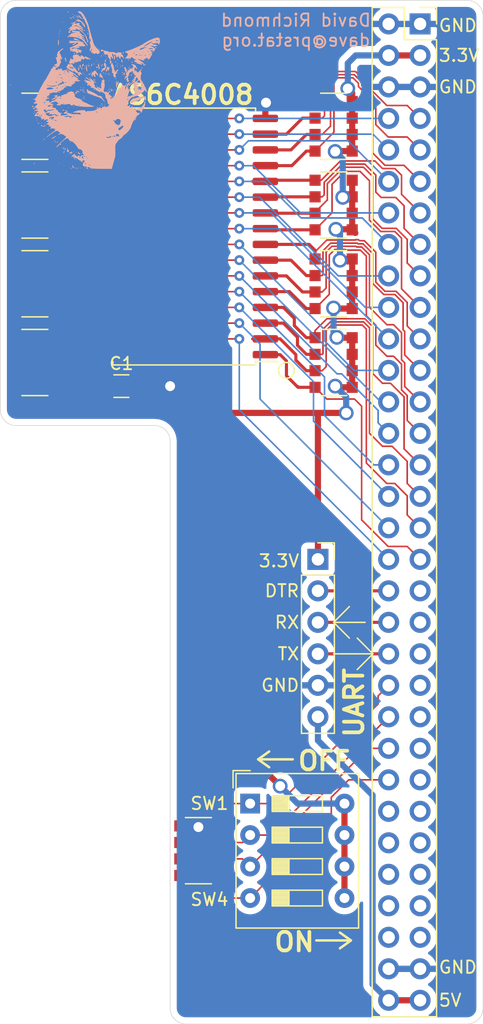
<source format=kicad_pcb>
(kicad_pcb (version 20171130) (host pcbnew "(5.1.5)-2")
  (layers (0 F.Cu signal) (31 B.Cu signal) (34 B.Paste user) (35 F.Paste user) (36 B.SilkS user) (37 F.SilkS user) (38 B.Mask user) (39 F.Mask user) (44 Edge.Cuts user))
  (net 0 "")
  (net 1 +5V)
  (net 2 GND)
  (net 3 "Net-(J1-Pad60)")
  (net 4 "Net-(J1-Pad59)")
  (net 5 "Net-(J1-Pad58)")
  (net 6 "Net-(J1-Pad57)")
  (net 7 "Net-(J1-Pad56)")
  (net 8 "Net-(J1-Pad55)")
  (net 9 "Net-(J1-Pad54)")
  (net 10 "Net-(J1-Pad53)")
  (net 11 "Net-(J1-Pad52)")
  (net 12 "Net-(J1-Pad51)")
  (net 13 "Net-(J1-Pad49)")
  (net 14 "Net-(J1-Pad47)")
  (net 15 "Net-(J1-Pad45)")
  (net 16 /A18)
  (net 17 /A17)
  (net 18 /A16)
  (net 19 /A15)
  (net 20 /A14)
  (net 21 /A13)
  (net 22 /A12)
  (net 23 /A11)
  (net 24 /WE)
  (net 25 /A10)
  (net 26 /OE)
  (net 27 /A9)
  (net 28 /CE)
  (net 29 /A8)
  (net 30 /DQ7)
  (net 31 /A7)
  (net 32 /DQ6)
  (net 33 /A6)
  (net 34 /DQ5)
  (net 35 /A5)
  (net 36 /DQ4)
  (net 37 /A4)
  (net 38 /DQ3)
  (net 39 /A3)
  (net 40 /DQ2)
  (net 41 /A2)
  (net 42 /DQ1)
  (net 43 /A1)
  (net 44 /DQ0)
  (net 45 /A0)
  (net 46 +3V3)
  (net 47 "Net-(J1-Pad43)")
  (net 48 "Net-(J1-Pad41)")
  (net 49 "Net-(J1-Pad39)")
  (net 50 "Net-(J1-Pad37)")
  (net 51 "Net-(RN7-Pad8)")
  (net 52 "Net-(RN5-Pad5)")
  (net 53 /TX)
  (net 54 /RX)
  (net 55 /DTR)
  (net 56 /SW4)
  (net 57 /SW3)
  (net 58 /SW2)
  (net 59 /SW1)
  (module Images:amber (layer B.Cu) (at 75.184 51.689 180)
    (fp_text reference G*** hide)
    (fp_text value LOGO hide)
  )
  (module Button_Switch_THT:SW_DIP_SPSTx04_Slide_9.78x12.34mm_W7.62mm_P2.54mm (layer F.Cu) (at 87.236 109.23)
    (fp_text reference SW1 hide)
    (fp_text value SW_DIP_x04 hide)
    (pad 8 thru_hole oval (at 7.62 0) (size 1.6 1.6) (drill 0.8) (layers *.Cu *.Mask) (net 46 +3V3))
    (pad 4 thru_hole oval (at 0 7.62) (size 1.6 1.6) (drill 0.8) (layers *.Cu *.Mask) (net 56 /SW4))
    (pad 7 thru_hole oval (at 7.62 2.54) (size 1.6 1.6) (drill 0.8) (layers *.Cu *.Mask) (net 46 +3V3))
    (pad 3 thru_hole oval (at 0 5.08) (size 1.6 1.6) (drill 0.8) (layers *.Cu *.Mask) (net 57 /SW3))
    (pad 6 thru_hole oval (at 7.62 5.08) (size 1.6 1.6) (drill 0.8) (layers *.Cu *.Mask) (net 46 +3V3))
    (pad 2 thru_hole oval (at 0 2.54) (size 1.6 1.6) (drill 0.8) (layers *.Cu *.Mask) (net 58 /SW2))
    (pad 5 thru_hole oval (at 7.62 7.62) (size 1.6 1.6) (drill 0.8) (layers *.Cu *.Mask) (net 46 +3V3))
    (pad 1 thru_hole rect (at 0 0) (size 1.6 1.6) (drill 0.8) (layers *.Cu *.Mask) (net 59 /SW1))
  )
  (module Resistor_SMD:R_Array_Convex_4x1206 (layer F.Cu) (at 83.058 113.03)
    (fp_text reference RN9 hide)
    (fp_text value R_Pack04 hide)
    (pad 6 smd rect (at 1.5 0.66) (size 0.9 0.9) (layers F.Cu F.Paste F.Mask) (net 57 /SW3))
    (pad 5 smd rect (at 1.5 2) (size 0.9 0.9) (layers F.Cu F.Paste F.Mask) (net 56 /SW4))
    (pad 8 smd rect (at 1.5 -2) (size 0.9 0.9) (layers F.Cu F.Paste F.Mask) (net 59 /SW1))
    (pad 7 smd rect (at 1.5 -0.66) (size 0.9 0.9) (layers F.Cu F.Paste F.Mask) (net 58 /SW2))
    (pad 3 smd rect (at -1.5 0.66) (size 0.9 0.9) (layers F.Cu F.Paste F.Mask) (net 2 GND))
    (pad 2 smd rect (at -1.5 -0.66) (size 0.9 0.9) (layers F.Cu F.Paste F.Mask) (net 2 GND))
    (pad 4 smd rect (at -1.5 2) (size 0.9 0.9) (layers F.Cu F.Paste F.Mask) (net 2 GND))
    (pad 1 smd rect (at -1.5 -2) (size 0.9 0.9) (layers F.Cu F.Paste F.Mask) (net 2 GND))
  )
  (module Capacitor_SMD:C_1206_3216Metric_Pad1.42x1.75mm_HandSolder (layer F.Cu) (at 76.835 75.565)
    (fp_text reference C1 (at 0 -1.82) (layer F.SilkS))
    (fp_text value C)
    (pad 2 smd roundrect (at 1.4875 0) (size 1.425 1.75) (layers F.Cu F.Paste F.Mask) (roundrect_rratio 0.175439) (net 2 GND))
    (pad 1 smd roundrect (at -1.4875 0) (size 1.425 1.75) (layers F.Cu F.Paste F.Mask) (roundrect_rratio 0.175439) (net 46 +3V3))
  )
  (module Connector_PinSocket_2.54mm:PinSocket_1x06_P2.54mm_Vertical (layer F.Cu) (at 92.71 89.535)
    (fp_text reference J2 hide)
    (fp_text value Conn_01x06 hide)
    (pad 6 thru_hole oval (at 0 12.7) (size 1.7 1.7) (drill 1) (layers *.Cu *.Mask) (net 1 +5V))
    (pad 5 thru_hole oval (at 0 10.16) (size 1.7 1.7) (drill 1) (layers *.Cu *.Mask) (net 2 GND))
    (pad 4 thru_hole oval (at 0 7.62) (size 1.7 1.7) (drill 1) (layers *.Cu *.Mask) (net 53 /TX))
    (pad 3 thru_hole oval (at 0 5.08) (size 1.7 1.7) (drill 1) (layers *.Cu *.Mask) (net 54 /RX))
    (pad 2 thru_hole oval (at 0 2.54) (size 1.7 1.7) (drill 1) (layers *.Cu *.Mask) (net 55 /DTR))
    (pad 1 thru_hole rect (at 0 0) (size 1.7 1.7) (drill 1) (layers *.Cu *.Mask) (net 46 +3V3))
  )
  (module Package_SO:SSOP-32_11.305x20.495mm_P1.27mm (layer F.Cu) (at 81.915 63.5 180)
    (fp_text reference U1 hide)
    (fp_text value AS6C4008-55PCN hide)
    (pad 32 smd roundrect (at 6.55 -9.525 180) (size 2.05 0.6) (layers F.Cu F.Paste F.Mask) (net 46 +3V3))
    (pad 31 smd roundrect (at 6.55 -8.255 180) (size 2.05 0.6) (layers F.Cu F.Paste F.Mask) (net 19 /A15))
    (pad 30 smd roundrect (at 6.55 -6.985 180) (size 2.05 0.6) (layers F.Cu F.Paste F.Mask) (net 17 /A17))
    (pad 29 smd roundrect (at 6.55 -5.715 180) (size 2.05 0.6) (layers F.Cu F.Paste F.Mask) (net 24 /WE))
    (pad 28 smd roundrect (at 6.55 -4.445 180) (size 2.05 0.6) (layers F.Cu F.Paste F.Mask) (net 21 /A13))
    (pad 27 smd roundrect (at 6.55 -3.175 180) (size 2.05 0.6) (layers F.Cu F.Paste F.Mask) (net 29 /A8))
    (pad 26 smd roundrect (at 6.55 -1.905 180) (size 2.05 0.6) (layers F.Cu F.Paste F.Mask) (net 27 /A9))
    (pad 25 smd roundrect (at 6.55 -0.635 180) (size 2.05 0.6) (layers F.Cu F.Paste F.Mask) (net 23 /A11))
    (pad 24 smd roundrect (at 6.55 0.635 180) (size 2.05 0.6) (layers F.Cu F.Paste F.Mask) (net 26 /OE))
    (pad 23 smd roundrect (at 6.55 1.905 180) (size 2.05 0.6) (layers F.Cu F.Paste F.Mask) (net 25 /A10))
    (pad 22 smd roundrect (at 6.55 3.175 180) (size 2.05 0.6) (layers F.Cu F.Paste F.Mask) (net 28 /CE))
    (pad 21 smd roundrect (at 6.55 4.445 180) (size 2.05 0.6) (layers F.Cu F.Paste F.Mask) (net 30 /DQ7))
    (pad 20 smd roundrect (at 6.55 5.715 180) (size 2.05 0.6) (layers F.Cu F.Paste F.Mask) (net 32 /DQ6))
    (pad 19 smd roundrect (at 6.55 6.985 180) (size 2.05 0.6) (layers F.Cu F.Paste F.Mask) (net 34 /DQ5))
    (pad 18 smd roundrect (at 6.55 8.255 180) (size 2.05 0.6) (layers F.Cu F.Paste F.Mask) (net 36 /DQ4))
    (pad 17 smd roundrect (at 6.55 9.525 180) (size 2.05 0.6) (layers F.Cu F.Paste F.Mask) (net 38 /DQ3))
    (pad 16 smd roundrect (at -6.55 9.525 180) (size 2.05 0.6) (layers F.Cu F.Paste F.Mask) (net 2 GND))
    (pad 15 smd roundrect (at -6.55 8.255 180) (size 2.05 0.6) (layers F.Cu F.Paste F.Mask) (net 40 /DQ2))
    (pad 14 smd roundrect (at -6.55 6.985 180) (size 2.05 0.6) (layers F.Cu F.Paste F.Mask) (net 42 /DQ1))
    (pad 13 smd roundrect (at -6.55 5.715 180) (size 2.05 0.6) (layers F.Cu F.Paste F.Mask) (net 44 /DQ0))
    (pad 12 smd roundrect (at -6.55 4.445 180) (size 2.05 0.6) (layers F.Cu F.Paste F.Mask) (net 45 /A0))
    (pad 11 smd roundrect (at -6.55 3.175 180) (size 2.05 0.6) (layers F.Cu F.Paste F.Mask) (net 43 /A1))
    (pad 10 smd roundrect (at -6.55 1.905 180) (size 2.05 0.6) (layers F.Cu F.Paste F.Mask) (net 41 /A2))
    (pad 9 smd roundrect (at -6.55 0.635 180) (size 2.05 0.6) (layers F.Cu F.Paste F.Mask) (net 39 /A3))
    (pad 8 smd roundrect (at -6.55 -0.635 180) (size 2.05 0.6) (layers F.Cu F.Paste F.Mask) (net 37 /A4))
    (pad 7 smd roundrect (at -6.55 -1.905 180) (size 2.05 0.6) (layers F.Cu F.Paste F.Mask) (net 35 /A5))
    (pad 6 smd roundrect (at -6.55 -3.175 180) (size 2.05 0.6) (layers F.Cu F.Paste F.Mask) (net 33 /A6))
    (pad 5 smd roundrect (at -6.55 -4.445 180) (size 2.05 0.6) (layers F.Cu F.Paste F.Mask) (net 31 /A7))
    (pad 4 smd roundrect (at -6.55 -5.715 180) (size 2.05 0.6) (layers F.Cu F.Paste F.Mask) (net 22 /A12))
    (pad 3 smd roundrect (at -6.55 -6.985 180) (size 2.05 0.6) (layers F.Cu F.Paste F.Mask) (net 20 /A14))
    (pad 2 smd roundrect (at -6.55 -8.255 180) (size 2.05 0.6) (layers F.Cu F.Paste F.Mask) (net 18 /A16))
    (pad 1 smd roundrect (at -6.55 -9.525 180) (size 2.05 0.6) (layers F.Cu F.Paste F.Mask) (net 16 /A18))
  )
  (module Resistor_SMD:R_Array_Convex_4x1206 (layer F.Cu) (at 69.85 60.96)
    (fp_text reference RN8 hide)
    (fp_text value R_Pack04 hide)
    (pad 6 smd rect (at 1.5 0.66) (size 0.9 0.9) (layers F.Cu F.Paste F.Mask) (net 28 /CE))
    (pad 5 smd rect (at 1.5 2) (size 0.9 0.9) (layers F.Cu F.Paste F.Mask) (net 25 /A10))
    (pad 8 smd rect (at 1.5 -2) (size 0.9 0.9) (layers F.Cu F.Paste F.Mask) (net 32 /DQ6))
    (pad 7 smd rect (at 1.5 -0.66) (size 0.9 0.9) (layers F.Cu F.Paste F.Mask) (net 30 /DQ7))
    (pad 3 smd rect (at -1.5 0.66) (size 0.9 0.9) (layers F.Cu F.Paste F.Mask) (net 46 +3V3))
    (pad 2 smd rect (at -1.5 -0.66) (size 0.9 0.9) (layers F.Cu F.Paste F.Mask) (net 46 +3V3))
    (pad 4 smd rect (at -1.5 2) (size 0.9 0.9) (layers F.Cu F.Paste F.Mask) (net 46 +3V3))
    (pad 1 smd rect (at -1.5 -2) (size 0.9 0.9) (layers F.Cu F.Paste F.Mask) (net 46 +3V3))
  )
  (module Resistor_SMD:R_Array_Convex_4x1206 (layer F.Cu) (at 69.85 54.61)
    (fp_text reference RN7 hide)
    (fp_text value R_Pack04 hide)
    (pad 6 smd rect (at 1.5 0.66) (size 0.9 0.9) (layers F.Cu F.Paste F.Mask) (net 36 /DQ4))
    (pad 5 smd rect (at 1.5 2) (size 0.9 0.9) (layers F.Cu F.Paste F.Mask) (net 34 /DQ5))
    (pad 8 smd rect (at 1.5 -2) (size 0.9 0.9) (layers F.Cu F.Paste F.Mask) (net 51 "Net-(RN7-Pad8)"))
    (pad 7 smd rect (at 1.5 -0.66) (size 0.9 0.9) (layers F.Cu F.Paste F.Mask) (net 38 /DQ3))
    (pad 3 smd rect (at -1.5 0.66) (size 0.9 0.9) (layers F.Cu F.Paste F.Mask) (net 46 +3V3))
    (pad 2 smd rect (at -1.5 -0.66) (size 0.9 0.9) (layers F.Cu F.Paste F.Mask) (net 46 +3V3))
    (pad 4 smd rect (at -1.5 2) (size 0.9 0.9) (layers F.Cu F.Paste F.Mask) (net 46 +3V3))
    (pad 1 smd rect (at -1.5 -2) (size 0.9 0.9) (layers F.Cu F.Paste F.Mask) (net 46 +3V3))
  )
  (module Resistor_SMD:R_Array_Convex_4x1206 (layer F.Cu) (at 93.98 73.66)
    (fp_text reference RN6 hide)
    (fp_text value R_Pack04 hide)
    (pad 6 smd rect (at 1.5 0.66) (size 0.9 0.9) (layers F.Cu F.Paste F.Mask) (net 46 +3V3))
    (pad 5 smd rect (at 1.5 2) (size 0.9 0.9) (layers F.Cu F.Paste F.Mask) (net 46 +3V3))
    (pad 8 smd rect (at 1.5 -2) (size 0.9 0.9) (layers F.Cu F.Paste F.Mask) (net 46 +3V3))
    (pad 7 smd rect (at 1.5 -0.66) (size 0.9 0.9) (layers F.Cu F.Paste F.Mask) (net 46 +3V3))
    (pad 3 smd rect (at -1.5 0.66) (size 0.9 0.9) (layers F.Cu F.Paste F.Mask) (net 18 /A16))
    (pad 2 smd rect (at -1.5 -0.66) (size 0.9 0.9) (layers F.Cu F.Paste F.Mask) (net 20 /A14))
    (pad 4 smd rect (at -1.5 2) (size 0.9 0.9) (layers F.Cu F.Paste F.Mask) (net 16 /A18))
    (pad 1 smd rect (at -1.5 -2) (size 0.9 0.9) (layers F.Cu F.Paste F.Mask) (net 22 /A12))
  )
  (module Resistor_SMD:R_Array_Convex_4x1206 (layer F.Cu) (at 93.98 54.61 180)
    (fp_text reference RN5 hide)
    (fp_text value R_Pack04 hide)
    (pad 6 smd rect (at 1.5 0.66 180) (size 0.9 0.9) (layers F.Cu F.Paste F.Mask) (net 40 /DQ2))
    (pad 5 smd rect (at 1.5 2 180) (size 0.9 0.9) (layers F.Cu F.Paste F.Mask) (net 52 "Net-(RN5-Pad5)"))
    (pad 8 smd rect (at 1.5 -2 180) (size 0.9 0.9) (layers F.Cu F.Paste F.Mask) (net 44 /DQ0))
    (pad 7 smd rect (at 1.5 -0.66 180) (size 0.9 0.9) (layers F.Cu F.Paste F.Mask) (net 42 /DQ1))
    (pad 3 smd rect (at -1.5 0.66 180) (size 0.9 0.9) (layers F.Cu F.Paste F.Mask) (net 46 +3V3))
    (pad 2 smd rect (at -1.5 -0.66 180) (size 0.9 0.9) (layers F.Cu F.Paste F.Mask) (net 46 +3V3))
    (pad 4 smd rect (at -1.5 2 180) (size 0.9 0.9) (layers F.Cu F.Paste F.Mask) (net 46 +3V3))
    (pad 1 smd rect (at -1.5 -2 180) (size 0.9 0.9) (layers F.Cu F.Paste F.Mask) (net 46 +3V3))
  )
  (module Resistor_SMD:R_Array_Convex_4x1206 (layer F.Cu) (at 69.85 73.66)
    (fp_text reference RN4 hide)
    (fp_text value R_Pack04 hide)
    (pad 6 smd rect (at 1.5 0.66) (size 0.9 0.9) (layers F.Cu F.Paste F.Mask) (net 17 /A17))
    (pad 5 smd rect (at 1.5 2) (size 0.9 0.9) (layers F.Cu F.Paste F.Mask) (net 19 /A15))
    (pad 8 smd rect (at 1.5 -2) (size 0.9 0.9) (layers F.Cu F.Paste F.Mask) (net 21 /A13))
    (pad 7 smd rect (at 1.5 -0.66) (size 0.9 0.9) (layers F.Cu F.Paste F.Mask) (net 24 /WE))
    (pad 3 smd rect (at -1.5 0.66) (size 0.9 0.9) (layers F.Cu F.Paste F.Mask) (net 46 +3V3))
    (pad 2 smd rect (at -1.5 -0.66) (size 0.9 0.9) (layers F.Cu F.Paste F.Mask) (net 46 +3V3))
    (pad 4 smd rect (at -1.5 2) (size 0.9 0.9) (layers F.Cu F.Paste F.Mask) (net 46 +3V3))
    (pad 1 smd rect (at -1.5 -2) (size 0.9 0.9) (layers F.Cu F.Paste F.Mask) (net 46 +3V3))
  )
  (module Resistor_SMD:R_Array_Convex_4x1206 (layer F.Cu) (at 93.98 67.31)
    (fp_text reference RN3 hide)
    (fp_text value R_Pack04 hide)
    (pad 6 smd rect (at 1.5 0.66) (size 0.9 0.9) (layers F.Cu F.Paste F.Mask) (net 46 +3V3))
    (pad 5 smd rect (at 1.5 2) (size 0.9 0.9) (layers F.Cu F.Paste F.Mask) (net 46 +3V3))
    (pad 8 smd rect (at 1.5 -2) (size 0.9 0.9) (layers F.Cu F.Paste F.Mask) (net 46 +3V3))
    (pad 7 smd rect (at 1.5 -0.66) (size 0.9 0.9) (layers F.Cu F.Paste F.Mask) (net 46 +3V3))
    (pad 3 smd rect (at -1.5 0.66) (size 0.9 0.9) (layers F.Cu F.Paste F.Mask) (net 33 /A6))
    (pad 2 smd rect (at -1.5 -0.66) (size 0.9 0.9) (layers F.Cu F.Paste F.Mask) (net 35 /A5))
    (pad 4 smd rect (at -1.5 2) (size 0.9 0.9) (layers F.Cu F.Paste F.Mask) (net 31 /A7))
    (pad 1 smd rect (at -1.5 -2) (size 0.9 0.9) (layers F.Cu F.Paste F.Mask) (net 37 /A4))
  )
  (module Resistor_SMD:R_Array_Convex_4x1206 (layer F.Cu) (at 69.85 67.31 180)
    (fp_text reference RN2 hide)
    (fp_text value R_Pack04 hide)
    (pad 6 smd rect (at 1.5 0.66 180) (size 0.9 0.9) (layers F.Cu F.Paste F.Mask) (net 46 +3V3))
    (pad 5 smd rect (at 1.5 2 180) (size 0.9 0.9) (layers F.Cu F.Paste F.Mask) (net 46 +3V3))
    (pad 8 smd rect (at 1.5 -2 180) (size 0.9 0.9) (layers F.Cu F.Paste F.Mask) (net 46 +3V3))
    (pad 7 smd rect (at 1.5 -0.66 180) (size 0.9 0.9) (layers F.Cu F.Paste F.Mask) (net 46 +3V3))
    (pad 3 smd rect (at -1.5 0.66 180) (size 0.9 0.9) (layers F.Cu F.Paste F.Mask) (net 23 /A11))
    (pad 2 smd rect (at -1.5 -0.66 180) (size 0.9 0.9) (layers F.Cu F.Paste F.Mask) (net 27 /A9))
    (pad 4 smd rect (at -1.5 2 180) (size 0.9 0.9) (layers F.Cu F.Paste F.Mask) (net 26 /OE))
    (pad 1 smd rect (at -1.5 -2 180) (size 0.9 0.9) (layers F.Cu F.Paste F.Mask) (net 29 /A8))
  )
  (module Resistor_SMD:R_Array_Convex_4x1206 (layer F.Cu) (at 93.98 60.96)
    (fp_text reference RN1 hide)
    (fp_text value R_Pack04 hide)
    (pad 6 smd rect (at 1.5 0.66) (size 0.9 0.9) (layers F.Cu F.Paste F.Mask) (net 46 +3V3))
    (pad 5 smd rect (at 1.5 2) (size 0.9 0.9) (layers F.Cu F.Paste F.Mask) (net 46 +3V3))
    (pad 8 smd rect (at 1.5 -2) (size 0.9 0.9) (layers F.Cu F.Paste F.Mask) (net 46 +3V3))
    (pad 7 smd rect (at 1.5 -0.66) (size 0.9 0.9) (layers F.Cu F.Paste F.Mask) (net 46 +3V3))
    (pad 3 smd rect (at -1.5 0.66) (size 0.9 0.9) (layers F.Cu F.Paste F.Mask) (net 41 /A2))
    (pad 2 smd rect (at -1.5 -0.66) (size 0.9 0.9) (layers F.Cu F.Paste F.Mask) (net 43 /A1))
    (pad 4 smd rect (at -1.5 2) (size 0.9 0.9) (layers F.Cu F.Paste F.Mask) (net 39 /A3))
    (pad 1 smd rect (at -1.5 -2) (size 0.9 0.9) (layers F.Cu F.Paste F.Mask) (net 45 /A0))
  )
  (module Connector_PinSocket_2.54mm:PinSocket_2x32_P2.54mm_Vertical (layer F.Cu) (at 100.965 46.355)
    (fp_text reference J1 hide)
    (fp_text value Conn_02x32_Odd_Even hide)
    (pad 64 thru_hole oval (at -2.54 78.74) (size 1.7 1.7) (drill 1) (layers *.Cu *.Mask) (net 1 +5V))
    (pad 63 thru_hole oval (at 0 78.74) (size 1.7 1.7) (drill 1) (layers *.Cu *.Mask) (net 1 +5V))
    (pad 62 thru_hole oval (at -2.54 76.2) (size 1.7 1.7) (drill 1) (layers *.Cu *.Mask) (net 2 GND))
    (pad 61 thru_hole oval (at 0 76.2) (size 1.7 1.7) (drill 1) (layers *.Cu *.Mask) (net 2 GND))
    (pad 60 thru_hole oval (at -2.54 73.66) (size 1.7 1.7) (drill 1) (layers *.Cu *.Mask) (net 3 "Net-(J1-Pad60)"))
    (pad 59 thru_hole oval (at 0 73.66) (size 1.7 1.7) (drill 1) (layers *.Cu *.Mask) (net 4 "Net-(J1-Pad59)"))
    (pad 58 thru_hole oval (at -2.54 71.12) (size 1.7 1.7) (drill 1) (layers *.Cu *.Mask) (net 5 "Net-(J1-Pad58)"))
    (pad 57 thru_hole oval (at 0 71.12) (size 1.7 1.7) (drill 1) (layers *.Cu *.Mask) (net 6 "Net-(J1-Pad57)"))
    (pad 56 thru_hole oval (at -2.54 68.58) (size 1.7 1.7) (drill 1) (layers *.Cu *.Mask) (net 7 "Net-(J1-Pad56)"))
    (pad 55 thru_hole oval (at 0 68.58) (size 1.7 1.7) (drill 1) (layers *.Cu *.Mask) (net 8 "Net-(J1-Pad55)"))
    (pad 54 thru_hole oval (at -2.54 66.04) (size 1.7 1.7) (drill 1) (layers *.Cu *.Mask) (net 9 "Net-(J1-Pad54)"))
    (pad 53 thru_hole oval (at 0 66.04) (size 1.7 1.7) (drill 1) (layers *.Cu *.Mask) (net 10 "Net-(J1-Pad53)"))
    (pad 52 thru_hole oval (at -2.54 63.5) (size 1.7 1.7) (drill 1) (layers *.Cu *.Mask) (net 11 "Net-(J1-Pad52)"))
    (pad 51 thru_hole oval (at 0 63.5) (size 1.7 1.7) (drill 1) (layers *.Cu *.Mask) (net 12 "Net-(J1-Pad51)"))
    (pad 50 thru_hole oval (at -2.54 60.96) (size 1.7 1.7) (drill 1) (layers *.Cu *.Mask) (net 56 /SW4))
    (pad 49 thru_hole oval (at 0 60.96) (size 1.7 1.7) (drill 1) (layers *.Cu *.Mask) (net 13 "Net-(J1-Pad49)"))
    (pad 48 thru_hole oval (at -2.54 58.42) (size 1.7 1.7) (drill 1) (layers *.Cu *.Mask) (net 57 /SW3))
    (pad 47 thru_hole oval (at 0 58.42) (size 1.7 1.7) (drill 1) (layers *.Cu *.Mask) (net 14 "Net-(J1-Pad47)"))
    (pad 46 thru_hole oval (at -2.54 55.88) (size 1.7 1.7) (drill 1) (layers *.Cu *.Mask) (net 58 /SW2))
    (pad 45 thru_hole oval (at 0 55.88) (size 1.7 1.7) (drill 1) (layers *.Cu *.Mask) (net 15 "Net-(J1-Pad45)"))
    (pad 44 thru_hole oval (at -2.54 53.34) (size 1.7 1.7) (drill 1) (layers *.Cu *.Mask) (net 59 /SW1))
    (pad 43 thru_hole oval (at 0 53.34) (size 1.7 1.7) (drill 1) (layers *.Cu *.Mask) (net 47 "Net-(J1-Pad43)"))
    (pad 42 thru_hole oval (at -2.54 50.8) (size 1.7 1.7) (drill 1) (layers *.Cu *.Mask) (net 53 /TX))
    (pad 41 thru_hole oval (at 0 50.8) (size 1.7 1.7) (drill 1) (layers *.Cu *.Mask) (net 48 "Net-(J1-Pad41)"))
    (pad 40 thru_hole oval (at -2.54 48.26) (size 1.7 1.7) (drill 1) (layers *.Cu *.Mask) (net 54 /RX))
    (pad 39 thru_hole oval (at 0 48.26) (size 1.7 1.7) (drill 1) (layers *.Cu *.Mask) (net 49 "Net-(J1-Pad39)"))
    (pad 38 thru_hole oval (at -2.54 45.72) (size 1.7 1.7) (drill 1) (layers *.Cu *.Mask) (net 55 /DTR))
    (pad 37 thru_hole oval (at 0 45.72) (size 1.7 1.7) (drill 1) (layers *.Cu *.Mask) (net 50 "Net-(J1-Pad37)"))
    (pad 36 thru_hole oval (at -2.54 43.18) (size 1.7 1.7) (drill 1) (layers *.Cu *.Mask) (net 19 /A15))
    (pad 35 thru_hole oval (at 0 43.18) (size 1.7 1.7) (drill 1) (layers *.Cu *.Mask) (net 16 /A18))
    (pad 34 thru_hole oval (at -2.54 40.64) (size 1.7 1.7) (drill 1) (layers *.Cu *.Mask) (net 17 /A17))
    (pad 33 thru_hole oval (at 0 40.64) (size 1.7 1.7) (drill 1) (layers *.Cu *.Mask) (net 18 /A16))
    (pad 32 thru_hole oval (at -2.54 38.1) (size 1.7 1.7) (drill 1) (layers *.Cu *.Mask) (net 24 /WE))
    (pad 31 thru_hole oval (at 0 38.1) (size 1.7 1.7) (drill 1) (layers *.Cu *.Mask) (net 20 /A14))
    (pad 30 thru_hole oval (at -2.54 35.56) (size 1.7 1.7) (drill 1) (layers *.Cu *.Mask) (net 21 /A13))
    (pad 29 thru_hole oval (at 0 35.56) (size 1.7 1.7) (drill 1) (layers *.Cu *.Mask) (net 22 /A12))
    (pad 28 thru_hole oval (at -2.54 33.02) (size 1.7 1.7) (drill 1) (layers *.Cu *.Mask) (net 29 /A8))
    (pad 27 thru_hole oval (at 0 33.02) (size 1.7 1.7) (drill 1) (layers *.Cu *.Mask) (net 31 /A7))
    (pad 26 thru_hole oval (at -2.54 30.48) (size 1.7 1.7) (drill 1) (layers *.Cu *.Mask) (net 27 /A9))
    (pad 25 thru_hole oval (at 0 30.48) (size 1.7 1.7) (drill 1) (layers *.Cu *.Mask) (net 33 /A6))
    (pad 24 thru_hole oval (at -2.54 27.94) (size 1.7 1.7) (drill 1) (layers *.Cu *.Mask) (net 23 /A11))
    (pad 23 thru_hole oval (at 0 27.94) (size 1.7 1.7) (drill 1) (layers *.Cu *.Mask) (net 35 /A5))
    (pad 22 thru_hole oval (at -2.54 25.4) (size 1.7 1.7) (drill 1) (layers *.Cu *.Mask) (net 26 /OE))
    (pad 21 thru_hole oval (at 0 25.4) (size 1.7 1.7) (drill 1) (layers *.Cu *.Mask) (net 37 /A4))
    (pad 20 thru_hole oval (at -2.54 22.86) (size 1.7 1.7) (drill 1) (layers *.Cu *.Mask) (net 25 /A10))
    (pad 19 thru_hole oval (at 0 22.86) (size 1.7 1.7) (drill 1) (layers *.Cu *.Mask) (net 39 /A3))
    (pad 18 thru_hole oval (at -2.54 20.32) (size 1.7 1.7) (drill 1) (layers *.Cu *.Mask) (net 28 /CE))
    (pad 17 thru_hole oval (at 0 20.32) (size 1.7 1.7) (drill 1) (layers *.Cu *.Mask) (net 41 /A2))
    (pad 16 thru_hole oval (at -2.54 17.78) (size 1.7 1.7) (drill 1) (layers *.Cu *.Mask) (net 30 /DQ7))
    (pad 15 thru_hole oval (at 0 17.78) (size 1.7 1.7) (drill 1) (layers *.Cu *.Mask) (net 43 /A1))
    (pad 14 thru_hole oval (at -2.54 15.24) (size 1.7 1.7) (drill 1) (layers *.Cu *.Mask) (net 32 /DQ6))
    (pad 13 thru_hole oval (at 0 15.24) (size 1.7 1.7) (drill 1) (layers *.Cu *.Mask) (net 45 /A0))
    (pad 12 thru_hole oval (at -2.54 12.7) (size 1.7 1.7) (drill 1) (layers *.Cu *.Mask) (net 34 /DQ5))
    (pad 11 thru_hole oval (at 0 12.7) (size 1.7 1.7) (drill 1) (layers *.Cu *.Mask) (net 44 /DQ0))
    (pad 10 thru_hole oval (at -2.54 10.16) (size 1.7 1.7) (drill 1) (layers *.Cu *.Mask) (net 36 /DQ4))
    (pad 9 thru_hole oval (at 0 10.16) (size 1.7 1.7) (drill 1) (layers *.Cu *.Mask) (net 42 /DQ1))
    (pad 8 thru_hole oval (at -2.54 7.62) (size 1.7 1.7) (drill 1) (layers *.Cu *.Mask) (net 38 /DQ3))
    (pad 7 thru_hole oval (at 0 7.62) (size 1.7 1.7) (drill 1) (layers *.Cu *.Mask) (net 40 /DQ2))
    (pad 6 thru_hole oval (at -2.54 5.08) (size 1.7 1.7) (drill 1) (layers *.Cu *.Mask) (net 2 GND))
    (pad 5 thru_hole oval (at 0 5.08) (size 1.7 1.7) (drill 1) (layers *.Cu *.Mask) (net 2 GND))
    (pad 4 thru_hole oval (at -2.54 2.54) (size 1.7 1.7) (drill 1) (layers *.Cu *.Mask) (net 46 +3V3))
    (pad 3 thru_hole oval (at 0 2.54) (size 1.7 1.7) (drill 1) (layers *.Cu *.Mask) (net 46 +3V3))
    (pad 2 thru_hole oval (at -2.54 0) (size 1.7 1.7) (drill 1) (layers *.Cu *.Mask) (net 2 GND))
    (pad 1 thru_hole rect (at 0 0) (size 1.7 1.7) (drill 1) (layers *.Cu *.Mask) (net 2 GND))
  )
  (gr_text "David Richmond\ndave@prstat.org" (at 90.932 46.863) (layer B.SilkS) (effects (font (size 1 1)) (justify mirror)))
  (gr_line (start 90.678 105.664) (end 87.884 105.664) (layer F.SilkS) (width 0.2))
  (gr_line (start 87.884 105.664) (end 88.773 106.299) (layer F.SilkS) (width 0.2))
  (gr_line (start 88.773 105.029) (end 87.884 105.664) (layer F.SilkS) (width 0.2))
  (gr_text OFF (at 93.218 105.791) (layer F.SilkS) (effects (font (size 1.5 1.5) (thickness 0.3))))
  (gr_line (start 94.488 120.904) (end 95.377 120.269) (layer F.SilkS) (width 0.2))
  (gr_line (start 95.377 120.269) (end 94.488 119.634) (layer F.SilkS) (width 0.2))
  (gr_line (start 92.583 120.269) (end 95.377 120.269) (layer F.SilkS) (width 0.2))
  (gr_text ON (at 90.805 120.396) (layer F.SilkS) (effects (font (size 1.5 1.5) (thickness 0.3))))
  (gr_arc (start 104.775 125.73) (end 104.775 127) (angle -90) (layer Edge.Cuts) (width 0.05))
  (gr_arc (start 82.042 125.73) (end 80.772 125.73) (angle -90) (layer Edge.Cuts) (width 0.05))
  (gr_arc (start 79.502 80.01) (end 80.772 80.01) (angle -90) (layer Edge.Cuts) (width 0.05))
  (gr_arc (start 68.326 77.47) (end 67.056 77.47) (angle -90) (layer Edge.Cuts) (width 0.05))
  (gr_line (start 79.502 78.74) (end 68.326 78.74) (layer Edge.Cuts) (width 0.05))
  (gr_line (start 80.772 125.73) (end 80.772 80.01) (layer Edge.Cuts) (width 0.05))
  (gr_arc (start 104.775 45.72) (end 106.045 45.72) (angle -90) (layer Edge.Cuts) (width 0.05))
  (gr_arc (start 68.326 45.72) (end 68.326 44.45) (angle -90) (layer Edge.Cuts) (width 0.05))
  (gr_line (start 67.056 45.72) (end 67.056 77.47) (layer Edge.Cuts) (width 0.05))
  (gr_text GND (at 104.013 122.428) (layer F.SilkS) (effects (font (size 1 1))))
  (gr_text 5V (at 103.393953 125.095) (layer F.SilkS) (effects (font (size 1 1))))
  (gr_line (start 82.042 127) (end 104.775 127) (layer Edge.Cuts) (width 0.05))
  (gr_line (start 106.045 45.72) (end 106.045 125.73) (layer Edge.Cuts) (width 0.05))
  (gr_line (start 68.326 44.45) (end 104.775 44.45) (layer Edge.Cuts) (width 0.05))
  (gr_text SW4 (at 83.947 116.967) (layer F.SilkS) (effects (font (size 1 1))))
  (gr_text SW1 (at 83.947 109.22) (layer F.SilkS) (effects (font (size 1 1))))
  (gr_text GND (at 104.013 51.435) (layer F.SilkS) (effects (font (size 1 1))))
  (gr_text 3.3V (at 104.108238 48.895) (layer F.SilkS) (effects (font (size 1 1))))
  (gr_text GND (at 104.013 46.482) (layer F.SilkS) (effects (font (size 1 1))))
  (gr_text GND (at 89.662 99.695) (layer F.SilkS) (effects (font (size 1 1))))
  (gr_text 3.3V (at 89.566762 89.662) (layer F.SilkS) (effects (font (size 1 1))))
  (gr_text DTR (at 89.804857 92.075) (layer F.SilkS) (effects (font (size 1 1))))
  (gr_text RX (at 90.209619 94.615) (layer F.SilkS) (effects (font (size 1 1))))
  (gr_text TX (at 90.328667 97.155) (layer F.SilkS) (effects (font (size 1 1))))
  (gr_text AS6C4008 (at 81.788 52.07) (layer F.SilkS) (effects (font (size 1.5 1.5) (thickness 0.3))))
  (gr_circle (center 90.17 74.295) (end 90.17 74.93) (layer F.SilkS) (width 0.12))
  (gr_text UART (at 95.631 101.092 90) (layer F.SilkS) (effects (font (size 1.5 1.5) (thickness 0.3))))
  (gr_line (start 95.885 98.425) (end 97.155 97.155) (layer F.SilkS) (width 0.12))
  (gr_line (start 97.155 97.155) (end 95.885 95.885) (layer F.SilkS) (width 0.12))
  (gr_line (start 93.98 97.155) (end 97.155 97.155) (layer F.SilkS) (width 0.12))
  (gr_line (start 95.25 95.885) (end 93.98 94.615) (layer F.SilkS) (width 0.12))
  (gr_line (start 93.98 94.615) (end 95.25 93.345) (layer F.SilkS) (width 0.12))
  (gr_line (start 96.52 94.615) (end 93.98 94.615) (layer F.SilkS) (width 0.12))
  (segment (start 92.71 102.235) (end 92.71 104.14) (width 0.5) (layer B.Cu) (net 1))
  (segment (start 97.124999 123.794999) (end 97.575001 124.245001) (width 0.5) (layer B.Cu) (net 1))
  (segment (start 97.124999 108.554999) (end 97.124999 123.794999) (width 0.5) (layer B.Cu) (net 1))
  (segment (start 97.575001 124.245001) (end 98.425 125.095) (width 0.5) (layer B.Cu) (net 1))
  (segment (start 92.71 104.14) (end 97.124999 108.554999) (width 0.5) (layer B.Cu) (net 1))
  (segment (start 98.425 125.095) (end 100.965 125.095) (width 0.5) (layer F.Cu) (net 1))
  (segment (start 98.425 46.355) (end 100.965 46.355) (width 0.5) (layer F.Cu) (net 2))
  (segment (start 98.425 51.435) (end 100.965 51.435) (width 0.5) (layer F.Cu) (net 2))
  (segment (start 78.3225 75.565) (end 80.772 75.565) (width 0.5) (layer F.Cu) (net 2))
  (via (at 80.772 75.565) (size 1.2) (drill 0.8) (layers F.Cu B.Cu) (net 2))
  (segment (start 81.558 115.03) (end 81.558 111.03) (width 0.5) (layer F.Cu) (net 2))
  (segment (start 81.558 111.03) (end 82.963 111.03) (width 0.5) (layer F.Cu) (net 2))
  (via (at 83.058 111.125) (size 1.2) (drill 0.8) (layers F.Cu B.Cu) (net 2))
  (segment (start 82.963 111.03) (end 83.058 111.125) (width 0.5) (layer F.Cu) (net 2))
  (segment (start 100.965 122.555) (end 98.425 122.555) (width 0.5) (layer F.Cu) (net 2))
  (via (at 88.519 52.705) (size 1.2) (drill 0.8) (layers F.Cu B.Cu) (net 2))
  (segment (start 88.465 53.975) (end 88.465 52.759) (width 0.5) (layer F.Cu) (net 2))
  (segment (start 88.465 52.759) (end 88.519 52.705) (width 0.5) (layer F.Cu) (net 2))
  (segment (start 92.48 75.66) (end 91.1 75.66) (width 0.25) (layer F.Cu) (net 16))
  (segment (start 91.1 75.66) (end 91.1 75.606) (width 0.25) (layer F.Cu) (net 16))
  (segment (start 91.046 75.606) (end 90.17 74.73) (width 0.25) (layer F.Cu) (net 16))
  (segment (start 91.1 75.606) (end 91.046 75.606) (width 0.25) (layer F.Cu) (net 16))
  (segment (start 90.17 74.73) (end 90.17 73.533) (width 0.25) (layer F.Cu) (net 16))
  (segment (start 89.662 73.025) (end 88.465 73.025) (width 0.25) (layer F.Cu) (net 16))
  (segment (start 90.17 73.533) (end 89.662 73.025) (width 0.25) (layer F.Cu) (net 16))
  (segment (start 98.384557 88.494499) (end 99.924499 88.494499) (width 0.127) (layer F.Cu) (net 16))
  (segment (start 92.48 75.66) (end 93.426498 76.606498) (width 0.127) (layer F.Cu) (net 16))
  (segment (start 96.240502 77.182518) (end 96.240502 86.350444) (width 0.127) (layer F.Cu) (net 16))
  (segment (start 93.426498 76.606498) (end 95.664482 76.606498) (width 0.127) (layer F.Cu) (net 16))
  (segment (start 96.240502 86.350444) (end 98.384557 88.494499) (width 0.127) (layer F.Cu) (net 16))
  (segment (start 99.924499 88.494499) (end 100.965 89.535) (width 0.127) (layer F.Cu) (net 16))
  (segment (start 95.664482 76.606498) (end 96.240502 77.182518) (width 0.127) (layer F.Cu) (net 16))
  (segment (start 73.209989 73.160011) (end 73.209989 71.615011) (width 0.25) (layer F.Cu) (net 17))
  (segment (start 73.209989 71.615011) (end 74.34 70.485) (width 0.25) (layer F.Cu) (net 17))
  (segment (start 72.05 74.32) (end 73.209989 73.160011) (width 0.25) (layer F.Cu) (net 17))
  (segment (start 71.35 74.32) (end 72.05 74.32) (width 0.25) (layer F.Cu) (net 17))
  (segment (start 74.34 70.485) (end 75.365 70.485) (width 0.25) (layer F.Cu) (net 17))
  (segment (start 75.365 70.485) (end 86.36 70.485) (width 0.127) (layer F.Cu) (net 17))
  (via (at 86.36 70.485) (size 0.8) (drill 0.4) (layers F.Cu B.Cu) (net 17))
  (segment (start 86.36 70.485) (end 88.036499 72.161499) (width 0.127) (layer B.Cu) (net 17))
  (segment (start 88.036499 72.161499) (end 88.036499 76.606499) (width 0.127) (layer B.Cu) (net 17))
  (segment (start 97.575001 86.145001) (end 98.425 86.995) (width 0.127) (layer B.Cu) (net 17))
  (segment (start 88.036499 76.606499) (end 97.575001 86.145001) (width 0.127) (layer B.Cu) (net 17))
  (segment (start 88.465 71.755) (end 87.44 71.755) (width 0.25) (layer F.Cu) (net 18))
  (segment (start 91.78 74.32) (end 92.48 74.32) (width 0.25) (layer F.Cu) (net 18))
  (segment (start 90.932 73.472) (end 91.78 74.32) (width 0.25) (layer F.Cu) (net 18))
  (segment (start 90.932 73.025) (end 90.932 73.472) (width 0.25) (layer F.Cu) (net 18))
  (segment (start 88.465 71.755) (end 89.662 71.755) (width 0.25) (layer F.Cu) (net 18))
  (segment (start 89.662 71.755) (end 90.932 73.025) (width 0.25) (layer F.Cu) (net 18))
  (segment (start 93.374512 71.082503) (end 93.819518 70.637498) (width 0.127) (layer F.Cu) (net 18))
  (segment (start 98.273499 83.414499) (end 98.924441 83.414499) (width 0.127) (layer F.Cu) (net 18))
  (segment (start 98.924441 83.414499) (end 99.924499 84.414557) (width 0.127) (layer F.Cu) (net 18))
  (segment (start 99.924499 85.954499) (end 100.115001 86.145001) (width 0.127) (layer F.Cu) (net 18))
  (segment (start 96.622466 70.968467) (end 96.622466 81.763466) (width 0.127) (layer F.Cu) (net 18))
  (segment (start 96.291497 70.637498) (end 96.622466 70.968467) (width 0.127) (layer F.Cu) (net 18))
  (segment (start 93.819518 70.637498) (end 96.291497 70.637498) (width 0.127) (layer F.Cu) (net 18))
  (segment (start 93.057 74.32) (end 93.374512 74.002488) (width 0.127) (layer F.Cu) (net 18))
  (segment (start 99.924499 84.414557) (end 99.924499 85.954499) (width 0.127) (layer F.Cu) (net 18))
  (segment (start 92.48 74.32) (end 93.057 74.32) (width 0.127) (layer F.Cu) (net 18))
  (segment (start 93.374512 74.002488) (end 93.374512 71.082503) (width 0.127) (layer F.Cu) (net 18))
  (segment (start 96.622466 81.763466) (end 98.273499 83.414499) (width 0.127) (layer F.Cu) (net 18))
  (segment (start 100.115001 86.145001) (end 100.965 86.995) (width 0.127) (layer F.Cu) (net 18))
  (segment (start 72.05 75.66) (end 73.66 74.05) (width 0.25) (layer F.Cu) (net 19))
  (segment (start 71.35 75.66) (end 72.05 75.66) (width 0.25) (layer F.Cu) (net 19))
  (segment (start 73.66 74.05) (end 73.66 72.39) (width 0.25) (layer F.Cu) (net 19))
  (segment (start 74.295 71.755) (end 75.365 71.755) (width 0.25) (layer F.Cu) (net 19))
  (segment (start 73.66 72.39) (end 74.295 71.755) (width 0.25) (layer F.Cu) (net 19))
  (segment (start 75.365 71.755) (end 86.36 71.755) (width 0.127) (layer F.Cu) (net 19))
  (via (at 86.36 71.755) (size 0.8) (drill 0.4) (layers F.Cu B.Cu) (net 19))
  (segment (start 86.36 77.47) (end 97.575001 88.685001) (width 0.127) (layer B.Cu) (net 19))
  (segment (start 86.36 71.755) (end 86.36 77.47) (width 0.127) (layer B.Cu) (net 19))
  (segment (start 97.575001 88.685001) (end 98.425 89.535) (width 0.127) (layer B.Cu) (net 19))
  (segment (start 91.059 72.279) (end 91.78 73) (width 0.25) (layer F.Cu) (net 20))
  (segment (start 91.059 71.628) (end 91.059 72.279) (width 0.25) (layer F.Cu) (net 20))
  (segment (start 91.78 73) (end 92.48 73) (width 0.25) (layer F.Cu) (net 20))
  (segment (start 88.465 70.485) (end 89.916 70.485) (width 0.25) (layer F.Cu) (net 20))
  (segment (start 89.916 70.485) (end 91.059 71.628) (width 0.25) (layer F.Cu) (net 20))
  (segment (start 100.115001 83.605001) (end 100.965 84.455) (width 0.127) (layer F.Cu) (net 20))
  (segment (start 99.924499 81.636499) (end 99.924499 83.414499) (width 0.127) (layer F.Cu) (net 20))
  (segment (start 93.120501 72.936499) (end 93.120501 70.97729) (width 0.127) (layer F.Cu) (net 20))
  (segment (start 93.714304 70.383487) (end 96.396711 70.383487) (width 0.127) (layer F.Cu) (net 20))
  (segment (start 93.120501 70.97729) (end 93.714304 70.383487) (width 0.127) (layer F.Cu) (net 20))
  (segment (start 92.48 73) (end 93.057 73) (width 0.127) (layer F.Cu) (net 20))
  (segment (start 98.703501 80.415501) (end 99.924499 81.636499) (width 0.127) (layer F.Cu) (net 20))
  (segment (start 96.876477 70.863253) (end 96.876477 79.366419) (width 0.127) (layer F.Cu) (net 20))
  (segment (start 96.876477 79.366419) (end 97.925559 80.415501) (width 0.127) (layer F.Cu) (net 20))
  (segment (start 93.057 73) (end 93.120501 72.936499) (width 0.127) (layer F.Cu) (net 20))
  (segment (start 97.925559 80.415501) (end 98.703501 80.415501) (width 0.127) (layer F.Cu) (net 20))
  (segment (start 96.396711 70.383487) (end 96.876477 70.863253) (width 0.127) (layer F.Cu) (net 20))
  (segment (start 99.924499 83.414499) (end 100.115001 83.605001) (width 0.127) (layer F.Cu) (net 20))
  (segment (start 71.35 70.763) (end 71.35 71.66) (width 0.25) (layer F.Cu) (net 21))
  (segment (start 75.365 67.945) (end 74.168 67.945) (width 0.25) (layer F.Cu) (net 21))
  (segment (start 74.168 67.945) (end 71.35 70.763) (width 0.25) (layer F.Cu) (net 21))
  (segment (start 75.365 67.945) (end 86.36 67.945) (width 0.127) (layer F.Cu) (net 21))
  (via (at 86.36 67.945) (size 0.8) (drill 0.4) (layers F.Cu B.Cu) (net 21))
  (segment (start 86.36 67.945) (end 93.243499 74.828499) (width 0.127) (layer B.Cu) (net 21))
  (segment (start 97.222919 81.915) (end 98.425 81.915) (width 0.127) (layer B.Cu) (net 21))
  (segment (start 93.243499 77.93558) (end 97.222919 81.915) (width 0.127) (layer B.Cu) (net 21))
  (segment (start 93.243499 74.828499) (end 93.243499 77.93558) (width 0.127) (layer B.Cu) (net 21))
  (segment (start 92.48 71.66) (end 91.78 71.66) (width 0.25) (layer F.Cu) (net 22))
  (segment (start 88.465 69.215) (end 89.916 69.215) (width 0.25) (layer F.Cu) (net 22))
  (segment (start 89.916 69.215) (end 90.805 70.104) (width 0.25) (layer F.Cu) (net 22))
  (segment (start 90.805 70.685) (end 91.78 71.66) (width 0.25) (layer F.Cu) (net 22))
  (segment (start 90.805 70.104) (end 90.805 70.685) (width 0.25) (layer F.Cu) (net 22))
  (segment (start 97.130488 70.758039) (end 97.130488 74.54043) (width 0.127) (layer F.Cu) (net 22))
  (segment (start 97.130488 74.54043) (end 97.925559 75.335501) (width 0.127) (layer F.Cu) (net 22))
  (segment (start 99.670488 80.620488) (end 100.115001 81.065001) (width 0.127) (layer F.Cu) (net 22))
  (segment (start 97.925559 75.335501) (end 98.576501 75.335501) (width 0.127) (layer F.Cu) (net 22))
  (segment (start 92.48 71.083) (end 93.433524 70.129476) (width 0.127) (layer F.Cu) (net 22))
  (segment (start 93.433524 70.129476) (end 96.501925 70.129476) (width 0.127) (layer F.Cu) (net 22))
  (segment (start 92.48 71.66) (end 92.48 71.083) (width 0.127) (layer F.Cu) (net 22))
  (segment (start 98.576501 75.335501) (end 99.670488 76.429489) (width 0.127) (layer F.Cu) (net 22))
  (segment (start 96.501925 70.129476) (end 97.130488 70.758039) (width 0.127) (layer F.Cu) (net 22))
  (segment (start 99.670488 76.429489) (end 99.670488 80.620488) (width 0.127) (layer F.Cu) (net 22))
  (segment (start 100.115001 81.065001) (end 100.965 81.915) (width 0.127) (layer F.Cu) (net 22))
  (segment (start 72.05 66.65) (end 71.35 66.65) (width 0.25) (layer F.Cu) (net 23))
  (segment (start 72.771 65.929) (end 72.05 66.65) (width 0.25) (layer F.Cu) (net 23))
  (segment (start 72.771 65.405) (end 72.771 65.929) (width 0.25) (layer F.Cu) (net 23))
  (segment (start 75.365 64.135) (end 74.041 64.135) (width 0.25) (layer F.Cu) (net 23))
  (segment (start 74.041 64.135) (end 72.771 65.405) (width 0.25) (layer F.Cu) (net 23))
  (segment (start 75.365 64.135) (end 86.36 64.135) (width 0.127) (layer F.Cu) (net 23))
  (via (at 86.36 64.135) (size 0.8) (drill 0.4) (layers F.Cu B.Cu) (net 23))
  (segment (start 86.36 64.135) (end 93.277509 71.052509) (width 0.127) (layer B.Cu) (net 23))
  (segment (start 95.623018 74.295) (end 97.222919 74.295) (width 0.127) (layer B.Cu) (net 23))
  (segment (start 93.277509 71.949491) (end 95.623018 74.295) (width 0.127) (layer B.Cu) (net 23))
  (segment (start 93.277509 71.052509) (end 93.277509 71.949491) (width 0.127) (layer B.Cu) (net 23))
  (segment (start 97.222919 74.295) (end 98.425 74.295) (width 0.127) (layer B.Cu) (net 23))
  (segment (start 72.05 73) (end 72.759978 72.290022) (width 0.25) (layer F.Cu) (net 24))
  (segment (start 71.35 73) (end 72.05 73) (width 0.25) (layer F.Cu) (net 24))
  (segment (start 72.759978 72.290022) (end 72.759978 70.795022) (width 0.25) (layer F.Cu) (net 24))
  (segment (start 72.759978 70.795022) (end 74.34 69.215) (width 0.25) (layer F.Cu) (net 24))
  (segment (start 74.34 69.215) (end 75.365 69.215) (width 0.25) (layer F.Cu) (net 24))
  (segment (start 75.365 69.215) (end 86.36 69.215) (width 0.127) (layer F.Cu) (net 24))
  (via (at 86.36 69.215) (size 0.8) (drill 0.4) (layers F.Cu B.Cu) (net 24))
  (segment (start 92.354499 78.384499) (end 97.575001 83.605001) (width 0.127) (layer B.Cu) (net 24))
  (segment (start 86.36 69.215) (end 92.354499 75.209499) (width 0.127) (layer B.Cu) (net 24))
  (segment (start 92.354499 75.209499) (end 92.354499 78.384499) (width 0.127) (layer B.Cu) (net 24))
  (segment (start 97.575001 83.605001) (end 98.425 84.455) (width 0.127) (layer B.Cu) (net 24))
  (segment (start 74.34 61.595) (end 75.365 61.595) (width 0.25) (layer F.Cu) (net 25))
  (segment (start 72.05 62.96) (end 73.415 61.595) (width 0.25) (layer F.Cu) (net 25))
  (segment (start 73.415 61.595) (end 74.34 61.595) (width 0.25) (layer F.Cu) (net 25))
  (segment (start 71.35 62.96) (end 72.05 62.96) (width 0.25) (layer F.Cu) (net 25))
  (segment (start 75.365 61.595) (end 76.2 61.595) (width 0.25) (layer F.Cu) (net 25))
  (segment (start 75.365 61.595) (end 86.36 61.595) (width 0.127) (layer F.Cu) (net 25))
  (via (at 86.36 61.595) (size 0.8) (drill 0.4) (layers F.Cu B.Cu) (net 25))
  (segment (start 97.222919 69.215) (end 98.425 69.215) (width 0.127) (layer B.Cu) (net 25))
  (segment (start 88.917826 61.595) (end 96.537826 69.215) (width 0.127) (layer B.Cu) (net 25))
  (segment (start 86.36 61.595) (end 88.917826 61.595) (width 0.127) (layer B.Cu) (net 25))
  (segment (start 96.537826 69.215) (end 97.222919 69.215) (width 0.127) (layer B.Cu) (net 25))
  (segment (start 74.34 62.865) (end 75.365 62.865) (width 0.25) (layer F.Cu) (net 26))
  (segment (start 73.095 62.865) (end 74.34 62.865) (width 0.25) (layer F.Cu) (net 26))
  (segment (start 71.35 64.61) (end 73.095 62.865) (width 0.25) (layer F.Cu) (net 26))
  (segment (start 71.35 65.31) (end 71.35 64.61) (width 0.25) (layer F.Cu) (net 26))
  (segment (start 75.365 62.865) (end 86.36 62.865) (width 0.127) (layer F.Cu) (net 26))
  (via (at 86.36 62.865) (size 0.8) (drill 0.4) (layers F.Cu B.Cu) (net 26))
  (segment (start 89.535 62.865) (end 98.425 71.755) (width 0.127) (layer B.Cu) (net 26))
  (segment (start 86.36 62.865) (end 89.535 62.865) (width 0.127) (layer B.Cu) (net 26))
  (segment (start 71.35 67.97) (end 72.05 67.97) (width 0.25) (layer F.Cu) (net 27))
  (segment (start 75.365 65.405) (end 74.549 65.405) (width 0.25) (layer F.Cu) (net 27))
  (segment (start 74.549 65.471) (end 72.05 67.97) (width 0.25) (layer F.Cu) (net 27))
  (segment (start 74.549 65.405) (end 74.549 65.471) (width 0.25) (layer F.Cu) (net 27))
  (segment (start 75.365 65.405) (end 86.36 65.405) (width 0.127) (layer F.Cu) (net 27))
  (via (at 86.36 65.405) (size 0.8) (drill 0.4) (layers F.Cu B.Cu) (net 27))
  (segment (start 86.36 65.405) (end 97.79 76.835) (width 0.127) (layer B.Cu) (net 27))
  (segment (start 97.79 76.835) (end 98.425 76.835) (width 0.127) (layer B.Cu) (net 27))
  (segment (start 74.34 60.325) (end 75.365 60.325) (width 0.25) (layer F.Cu) (net 28))
  (segment (start 72.05 61.62) (end 73.345 60.325) (width 0.25) (layer F.Cu) (net 28))
  (segment (start 73.345 60.325) (end 74.34 60.325) (width 0.25) (layer F.Cu) (net 28))
  (segment (start 71.35 61.62) (end 72.05 61.62) (width 0.25) (layer F.Cu) (net 28))
  (segment (start 75.365 60.325) (end 86.36 60.325) (width 0.127) (layer F.Cu) (net 28))
  (via (at 86.36 60.325) (size 0.8) (drill 0.4) (layers F.Cu B.Cu) (net 28))
  (segment (start 97.222919 66.675) (end 98.425 66.675) (width 0.127) (layer B.Cu) (net 28))
  (segment (start 88.007051 60.325) (end 94.357051 66.675) (width 0.127) (layer B.Cu) (net 28))
  (segment (start 86.36 60.325) (end 88.007051 60.325) (width 0.127) (layer B.Cu) (net 28))
  (segment (start 94.357051 66.675) (end 97.222919 66.675) (width 0.127) (layer B.Cu) (net 28))
  (segment (start 72.517 68.843) (end 72.05 69.31) (width 0.25) (layer F.Cu) (net 29))
  (segment (start 72.517 68.453) (end 72.517 68.843) (width 0.25) (layer F.Cu) (net 29))
  (segment (start 72.05 69.31) (end 71.35 69.31) (width 0.25) (layer F.Cu) (net 29))
  (segment (start 75.365 66.675) (end 74.295 66.675) (width 0.25) (layer F.Cu) (net 29))
  (segment (start 74.295 66.675) (end 72.517 68.453) (width 0.25) (layer F.Cu) (net 29))
  (segment (start 75.365 66.675) (end 86.36 66.675) (width 0.127) (layer F.Cu) (net 29))
  (via (at 86.36 66.675) (size 0.8) (drill 0.4) (layers F.Cu B.Cu) (net 29))
  (segment (start 86.36 66.675) (end 94.259488 74.574488) (width 0.127) (layer B.Cu) (net 29))
  (segment (start 97.575001 78.525001) (end 98.425 79.375) (width 0.127) (layer B.Cu) (net 29))
  (segment (start 97.575001 77.522794) (end 97.575001 78.525001) (width 0.127) (layer B.Cu) (net 29))
  (segment (start 94.626695 74.574488) (end 97.575001 77.522794) (width 0.127) (layer B.Cu) (net 29))
  (segment (start 94.259488 74.574488) (end 94.626695 74.574488) (width 0.127) (layer B.Cu) (net 29))
  (segment (start 72.05 60.3) (end 73.295 59.055) (width 0.25) (layer F.Cu) (net 30))
  (segment (start 74.34 59.055) (end 75.365 59.055) (width 0.25) (layer F.Cu) (net 30))
  (segment (start 73.295 59.055) (end 74.34 59.055) (width 0.25) (layer F.Cu) (net 30))
  (segment (start 71.35 60.3) (end 72.05 60.3) (width 0.25) (layer F.Cu) (net 30))
  (segment (start 96.291498 62.001498) (end 98.425 64.135) (width 0.127) (layer B.Cu) (net 30))
  (segment (start 91.352289 62.001498) (end 96.291498 62.001498) (width 0.127) (layer B.Cu) (net 30))
  (segment (start 88.405791 59.055) (end 91.352289 62.001498) (width 0.127) (layer B.Cu) (net 30))
  (segment (start 86.36 59.055) (end 88.405791 59.055) (width 0.127) (layer B.Cu) (net 30))
  (via (at 86.36 59.055) (size 0.8) (drill 0.4) (layers F.Cu B.Cu) (net 30))
  (segment (start 76.39 59.055) (end 86.36 59.055) (width 0.127) (layer F.Cu) (net 30))
  (segment (start 96.291498 62.001498) (end 97.575001 63.285001) (width 0.127) (layer B.Cu) (net 30))
  (segment (start 75.365 59.055) (end 76.39 59.055) (width 0.127) (layer F.Cu) (net 30))
  (segment (start 91.78 69.31) (end 90.415 67.945) (width 0.25) (layer F.Cu) (net 31))
  (segment (start 89.49 67.945) (end 88.465 67.945) (width 0.25) (layer F.Cu) (net 31))
  (segment (start 92.48 69.31) (end 91.78 69.31) (width 0.25) (layer F.Cu) (net 31))
  (segment (start 97.384499 72.254441) (end 98.282058 73.152) (width 0.127) (layer F.Cu) (net 31))
  (segment (start 99.465501 75.865276) (end 99.924499 76.324275) (width 0.127) (layer F.Cu) (net 31))
  (segment (start 96.622469 65.078167) (end 96.622469 69.890795) (width 0.127) (layer F.Cu) (net 31))
  (segment (start 94.906518 64.541773) (end 94.961244 64.596499) (width 0.127) (layer F.Cu) (net 31))
  (segment (start 96.140801 64.596499) (end 96.622469 65.078167) (width 0.127) (layer F.Cu) (net 31))
  (segment (start 98.282058 73.152) (end 98.821942 73.152) (width 0.127) (layer F.Cu) (net 31))
  (segment (start 100.115001 78.525001) (end 100.965 79.375) (width 0.127) (layer F.Cu) (net 31))
  (segment (start 99.465501 73.79556) (end 99.465501 75.865276) (width 0.127) (layer F.Cu) (net 31))
  (segment (start 99.924499 76.324275) (end 99.924499 78.334499) (width 0.127) (layer F.Cu) (net 31))
  (segment (start 98.821942 73.152) (end 99.465501 73.79556) (width 0.127) (layer F.Cu) (net 31))
  (segment (start 97.384499 70.652825) (end 97.384499 72.254441) (width 0.127) (layer F.Cu) (net 31))
  (segment (start 96.622469 69.890795) (end 97.384499 70.652825) (width 0.127) (layer F.Cu) (net 31))
  (segment (start 94.961244 64.596499) (end 96.140801 64.596499) (width 0.127) (layer F.Cu) (net 31))
  (segment (start 94.077556 64.541773) (end 94.906518 64.541773) (width 0.127) (layer F.Cu) (net 31))
  (segment (start 93.628525 64.990804) (end 94.077556 64.541773) (width 0.127) (layer F.Cu) (net 31))
  (segment (start 93.628525 68.161475) (end 93.628525 64.990804) (width 0.127) (layer F.Cu) (net 31))
  (segment (start 92.48 69.31) (end 93.628525 68.161475) (width 0.127) (layer F.Cu) (net 31))
  (segment (start 99.924499 78.334499) (end 100.115001 78.525001) (width 0.127) (layer F.Cu) (net 31))
  (segment (start 90.415 67.945) (end 89.49 67.945) (width 0.25) (layer F.Cu) (net 31))
  (segment (start 73.225 57.785) (end 74.34 57.785) (width 0.25) (layer F.Cu) (net 32))
  (segment (start 74.34 57.785) (end 75.365 57.785) (width 0.25) (layer F.Cu) (net 32))
  (segment (start 72.05 58.96) (end 73.225 57.785) (width 0.25) (layer F.Cu) (net 32))
  (segment (start 71.35 58.96) (end 72.05 58.96) (width 0.25) (layer F.Cu) (net 32))
  (segment (start 75.365 57.785) (end 76.39 57.785) (width 0.127) (layer F.Cu) (net 32))
  (via (at 86.36 57.785) (size 0.8) (drill 0.4) (layers F.Cu B.Cu) (net 32))
  (segment (start 86.36 57.785) (end 87.495016 57.785) (width 0.127) (layer B.Cu) (net 32))
  (segment (start 87.495016 57.785) (end 91.305016 61.595) (width 0.127) (layer B.Cu) (net 32))
  (segment (start 91.305016 61.595) (end 97.222919 61.595) (width 0.127) (layer B.Cu) (net 32))
  (segment (start 97.222919 61.595) (end 98.425 61.595) (width 0.127) (layer B.Cu) (net 32))
  (segment (start 76.39 57.785) (end 86.36 57.785) (width 0.127) (layer F.Cu) (net 32))
  (segment (start 92.48 67.97) (end 91.465 67.97) (width 0.25) (layer F.Cu) (net 33))
  (segment (start 90.17 66.675) (end 88.465 66.675) (width 0.25) (layer F.Cu) (net 33))
  (segment (start 91.465 67.97) (end 90.17 66.675) (width 0.25) (layer F.Cu) (net 33))
  (segment (start 100.115001 75.985001) (end 100.965 76.835) (width 0.127) (layer F.Cu) (net 33))
  (segment (start 99.719512 73.690346) (end 99.719512 75.589512) (width 0.127) (layer F.Cu) (net 33))
  (segment (start 96.246015 64.342488) (end 96.87648 64.972953) (width 0.127) (layer F.Cu) (net 33))
  (segment (start 96.87648 69.206422) (end 98.282058 70.612) (width 0.127) (layer F.Cu) (net 33))
  (segment (start 98.821938 70.612) (end 99.465501 71.255563) (width 0.127) (layer F.Cu) (net 33))
  (segment (start 99.465501 71.255563) (end 99.465501 73.436334) (width 0.127) (layer F.Cu) (net 33))
  (segment (start 95.782847 64.287772) (end 95.837563 64.342488) (width 0.127) (layer F.Cu) (net 33))
  (segment (start 96.87648 64.972953) (end 96.87648 69.206422) (width 0.127) (layer F.Cu) (net 33))
  (segment (start 99.465501 73.436334) (end 99.719512 73.690346) (width 0.127) (layer F.Cu) (net 33))
  (segment (start 95.837563 64.342488) (end 96.246015 64.342488) (width 0.127) (layer F.Cu) (net 33))
  (segment (start 93.374514 64.754278) (end 93.84102 64.287772) (width 0.127) (layer F.Cu) (net 33))
  (segment (start 93.84102 64.287772) (end 95.782847 64.287772) (width 0.127) (layer F.Cu) (net 33))
  (segment (start 93.374514 67.652486) (end 93.374514 64.754278) (width 0.127) (layer F.Cu) (net 33))
  (segment (start 93.057 67.97) (end 93.374514 67.652486) (width 0.127) (layer F.Cu) (net 33))
  (segment (start 92.48 67.97) (end 93.057 67.97) (width 0.127) (layer F.Cu) (net 33))
  (segment (start 98.282058 70.612) (end 98.821938 70.612) (width 0.127) (layer F.Cu) (net 33))
  (segment (start 99.719512 75.589512) (end 100.115001 75.985001) (width 0.127) (layer F.Cu) (net 33))
  (segment (start 75.27 56.61) (end 75.365 56.515) (width 0.25) (layer F.Cu) (net 34))
  (segment (start 71.35 56.61) (end 75.27 56.61) (width 0.25) (layer F.Cu) (net 34))
  (segment (start 75.365 56.515) (end 86.36 56.515) (width 0.127) (layer F.Cu) (net 34))
  (via (at 86.36 56.515) (size 0.8) (drill 0.4) (layers F.Cu B.Cu) (net 34))
  (segment (start 97.575001 58.205001) (end 98.425 59.055) (width 0.127) (layer B.Cu) (net 34))
  (segment (start 86.36 56.515) (end 87.096501 55.778499) (width 0.127) (layer B.Cu) (net 34))
  (segment (start 87.096501 55.778499) (end 95.148499 55.778499) (width 0.127) (layer B.Cu) (net 34))
  (segment (start 95.148499 55.778499) (end 97.575001 58.205001) (width 0.127) (layer B.Cu) (net 34))
  (segment (start 89.49 65.405) (end 88.465 65.405) (width 0.25) (layer F.Cu) (net 35))
  (segment (start 91.78 66.65) (end 90.535 65.405) (width 0.25) (layer F.Cu) (net 35))
  (segment (start 92.48 66.65) (end 91.78 66.65) (width 0.25) (layer F.Cu) (net 35))
  (segment (start 96.351229 64.088477) (end 97.130488 64.867736) (width 0.127) (layer F.Cu) (net 35))
  (segment (start 95.888061 64.033761) (end 95.942777 64.088477) (width 0.127) (layer F.Cu) (net 35))
  (segment (start 99.719512 73.049512) (end 100.115001 73.445001) (width 0.127) (layer F.Cu) (net 35))
  (segment (start 99.719512 71.150346) (end 99.719512 73.049512) (width 0.127) (layer F.Cu) (net 35))
  (segment (start 93.735805 64.033761) (end 95.888061 64.033761) (width 0.127) (layer F.Cu) (net 35))
  (segment (start 92.48 66.65) (end 93.057 66.65) (width 0.127) (layer F.Cu) (net 35))
  (segment (start 98.924441 68.174499) (end 99.59232 68.842378) (width 0.127) (layer F.Cu) (net 35))
  (segment (start 93.057 66.65) (end 93.120501 66.586499) (width 0.127) (layer F.Cu) (net 35))
  (segment (start 99.59232 71.023154) (end 99.719512 71.150346) (width 0.127) (layer F.Cu) (net 35))
  (segment (start 98.025332 68.174499) (end 98.924441 68.174499) (width 0.127) (layer F.Cu) (net 35))
  (segment (start 99.59232 68.842378) (end 99.59232 71.023154) (width 0.127) (layer F.Cu) (net 35))
  (segment (start 97.130488 67.279655) (end 98.025332 68.174499) (width 0.127) (layer F.Cu) (net 35))
  (segment (start 93.120501 64.649065) (end 93.735805 64.033761) (width 0.127) (layer F.Cu) (net 35))
  (segment (start 93.120501 66.586499) (end 93.120501 64.649065) (width 0.127) (layer F.Cu) (net 35))
  (segment (start 95.942777 64.088477) (end 96.351229 64.088477) (width 0.127) (layer F.Cu) (net 35))
  (segment (start 97.130488 64.867736) (end 97.130488 67.279655) (width 0.127) (layer F.Cu) (net 35))
  (segment (start 100.115001 73.445001) (end 100.965 74.295) (width 0.127) (layer F.Cu) (net 35))
  (segment (start 90.535 65.405) (end 89.49 65.405) (width 0.25) (layer F.Cu) (net 35))
  (segment (start 75.34 55.27) (end 75.365 55.245) (width 0.25) (layer F.Cu) (net 36))
  (segment (start 71.35 55.27) (end 75.34 55.27) (width 0.25) (layer F.Cu) (net 36))
  (segment (start 75.365 55.245) (end 85.598 55.245) (width 0.127) (layer F.Cu) (net 36))
  (via (at 86.36 55.245) (size 0.8) (drill 0.4) (layers F.Cu B.Cu) (net 36))
  (segment (start 97.155 55.245) (end 98.425 56.515) (width 0.127) (layer B.Cu) (net 36))
  (segment (start 86.36 55.245) (end 97.155 55.245) (width 0.127) (layer B.Cu) (net 36))
  (segment (start 85.598 55.245) (end 86.36 55.245) (width 0.127) (layer F.Cu) (net 36))
  (segment (start 89.49 64.135) (end 88.465 64.135) (width 0.25) (layer F.Cu) (net 37))
  (segment (start 92.48 64.61) (end 92.005 64.135) (width 0.25) (layer F.Cu) (net 37))
  (segment (start 92.48 65.31) (end 92.48 64.61) (width 0.25) (layer F.Cu) (net 37))
  (segment (start 95.758 63.754) (end 95.885 63.754) (width 0.127) (layer F.Cu) (net 37))
  (segment (start 96.06227 63.834466) (end 96.456443 63.834466) (width 0.127) (layer F.Cu) (net 37))
  (segment (start 99.924499 68.815332) (end 99.924499 70.714499) (width 0.127) (layer F.Cu) (net 37))
  (segment (start 98.130546 67.920488) (end 99.029655 67.920488) (width 0.127) (layer F.Cu) (net 37))
  (segment (start 96.456443 63.834466) (end 97.384499 64.762522) (width 0.127) (layer F.Cu) (net 37))
  (segment (start 97.384499 67.174441) (end 98.130546 67.920488) (width 0.127) (layer F.Cu) (net 37))
  (segment (start 97.384499 64.762522) (end 97.384499 67.174441) (width 0.127) (layer F.Cu) (net 37))
  (segment (start 99.029655 67.920488) (end 99.924499 68.815332) (width 0.127) (layer F.Cu) (net 37))
  (segment (start 95.981807 63.754) (end 96.06227 63.834466) (width 0.127) (layer F.Cu) (net 37))
  (segment (start 95.758 63.754) (end 95.981807 63.754) (width 0.127) (layer F.Cu) (net 37))
  (segment (start 100.115001 70.905001) (end 100.965 71.755) (width 0.127) (layer F.Cu) (net 37))
  (segment (start 93.433268 63.779732) (end 95.732268 63.779732) (width 0.127) (layer F.Cu) (net 37))
  (segment (start 92.48 65.31) (end 92.48 64.733) (width 0.127) (layer F.Cu) (net 37))
  (segment (start 95.732268 63.779732) (end 95.758 63.754) (width 0.127) (layer F.Cu) (net 37))
  (segment (start 92.48 64.733) (end 93.433268 63.779732) (width 0.127) (layer F.Cu) (net 37))
  (segment (start 99.924499 70.714499) (end 100.115001 70.905001) (width 0.127) (layer F.Cu) (net 37))
  (segment (start 92.005 64.135) (end 89.49 64.135) (width 0.25) (layer F.Cu) (net 37))
  (segment (start 75.34 53.95) (end 75.365 53.975) (width 0.25) (layer F.Cu) (net 38))
  (segment (start 71.35 53.95) (end 75.34 53.95) (width 0.25) (layer F.Cu) (net 38))
  (segment (start 75.365 53.975) (end 86.36 53.975) (width 0.127) (layer F.Cu) (net 38))
  (via (at 86.36 53.975) (size 0.8) (drill 0.4) (layers F.Cu B.Cu) (net 38))
  (segment (start 86.36 53.975) (end 98.425 53.975) (width 0.127) (layer B.Cu) (net 38))
  (segment (start 88.56 62.96) (end 88.465 62.865) (width 0.25) (layer F.Cu) (net 39))
  (segment (start 92.48 62.96) (end 88.56 62.96) (width 0.25) (layer F.Cu) (net 39))
  (segment (start 99.924499 68.174499) (end 100.115001 68.365001) (width 0.127) (layer F.Cu) (net 39))
  (segment (start 100.115001 68.365001) (end 100.965 69.215) (width 0.127) (layer F.Cu) (net 39))
  (segment (start 96.114275 58.2465) (end 96.876477 59.008702) (width 0.127) (layer F.Cu) (net 39))
  (segment (start 99.465501 67.715501) (end 100.115001 68.365001) (width 0.127) (layer F.Cu) (net 39))
  (segment (start 96.876477 62.183702) (end 97.787274 63.094499) (width 0.127) (layer F.Cu) (net 39))
  (segment (start 92.48 62.96) (end 93.853011 61.586989) (width 0.127) (layer F.Cu) (net 39))
  (segment (start 98.924441 63.094499) (end 99.465501 63.635559) (width 0.127) (layer F.Cu) (net 39))
  (segment (start 99.465501 63.635559) (end 99.465501 67.715501) (width 0.127) (layer F.Cu) (net 39))
  (segment (start 94.893724 58.2465) (end 96.114275 58.2465) (width 0.127) (layer F.Cu) (net 39))
  (segment (start 93.853011 59.287213) (end 94.893724 58.2465) (width 0.127) (layer F.Cu) (net 39))
  (segment (start 93.853011 61.586989) (end 93.853011 59.287213) (width 0.127) (layer F.Cu) (net 39))
  (segment (start 97.787274 63.094499) (end 98.924441 63.094499) (width 0.127) (layer F.Cu) (net 39))
  (segment (start 96.876477 59.008702) (end 96.876477 62.183702) (width 0.127) (layer F.Cu) (net 39))
  (segment (start 92.48 53.95) (end 91.465 53.95) (width 0.25) (layer F.Cu) (net 40))
  (segment (start 90.17 55.245) (end 88.465 55.245) (width 0.25) (layer F.Cu) (net 40))
  (segment (start 91.465 53.95) (end 90.17 55.245) (width 0.25) (layer F.Cu) (net 40))
  (segment (start 93.057 53.95) (end 93.243476 53.763524) (width 0.127) (layer F.Cu) (net 40))
  (segment (start 93.243476 53.763524) (end 93.243476 50.93709) (width 0.127) (layer F.Cu) (net 40))
  (segment (start 95.74791 50.190476) (end 96.494524 50.93709) (width 0.127) (layer F.Cu) (net 40))
  (segment (start 93.243476 50.93709) (end 93.99009 50.190476) (width 0.127) (layer F.Cu) (net 40))
  (segment (start 93.99009 50.190476) (end 95.74791 50.190476) (width 0.127) (layer F.Cu) (net 40))
  (segment (start 96.494524 51.152505) (end 98.276517 52.934499) (width 0.127) (layer F.Cu) (net 40))
  (segment (start 96.494524 50.93709) (end 96.494524 51.152505) (width 0.127) (layer F.Cu) (net 40))
  (segment (start 98.276517 52.934499) (end 99.924499 52.934499) (width 0.127) (layer F.Cu) (net 40))
  (segment (start 100.115001 53.125001) (end 100.965 53.975) (width 0.127) (layer F.Cu) (net 40))
  (segment (start 92.48 53.95) (end 93.057 53.95) (width 0.127) (layer F.Cu) (net 40))
  (segment (start 99.924499 52.934499) (end 100.115001 53.125001) (width 0.127) (layer F.Cu) (net 40))
  (segment (start 88.49 61.62) (end 88.465 61.595) (width 0.25) (layer F.Cu) (net 41))
  (segment (start 92.48 61.62) (end 88.49 61.62) (width 0.25) (layer F.Cu) (net 41))
  (segment (start 92.48 61.62) (end 88.253444 61.62) (width 0.127) (layer F.Cu) (net 41))
  (segment (start 99.924499 65.634499) (end 100.115001 65.825001) (width 0.127) (layer F.Cu) (net 41))
  (segment (start 94.794473 57.912) (end 96.393 57.912) (width 0.127) (layer F.Cu) (net 41))
  (segment (start 93.472 59.234473) (end 94.794473 57.912) (width 0.127) (layer F.Cu) (net 41))
  (segment (start 97.130488 58.649489) (end 97.130488 62.078488) (width 0.127) (layer F.Cu) (net 41))
  (segment (start 97.892488 62.840488) (end 99.035488 62.840488) (width 0.127) (layer F.Cu) (net 41))
  (segment (start 99.924499 63.729499) (end 99.924499 65.634499) (width 0.127) (layer F.Cu) (net 41))
  (segment (start 92.48 61.542902) (end 93.472 60.550902) (width 0.127) (layer F.Cu) (net 41))
  (segment (start 93.472 60.550902) (end 93.472 59.234473) (width 0.127) (layer F.Cu) (net 41))
  (segment (start 92.48 61.62) (end 92.48 61.542902) (width 0.127) (layer F.Cu) (net 41))
  (segment (start 96.393 57.912) (end 97.130488 58.649489) (width 0.127) (layer F.Cu) (net 41))
  (segment (start 100.115001 65.825001) (end 100.965 66.675) (width 0.127) (layer F.Cu) (net 41))
  (segment (start 97.130488 62.078488) (end 97.892488 62.840488) (width 0.127) (layer F.Cu) (net 41))
  (segment (start 99.035488 62.840488) (end 99.924499 63.729499) (width 0.127) (layer F.Cu) (net 41))
  (segment (start 90.535 56.515) (end 88.465 56.515) (width 0.25) (layer F.Cu) (net 42))
  (segment (start 92.48 55.27) (end 91.78 55.27) (width 0.25) (layer F.Cu) (net 42))
  (segment (start 91.78 55.27) (end 90.535 56.515) (width 0.25) (layer F.Cu) (net 42))
  (segment (start 93.057 55.27) (end 93.72601 54.60099) (width 0.127) (layer F.Cu) (net 42))
  (segment (start 92.48 55.27) (end 93.057 55.27) (width 0.127) (layer F.Cu) (net 42))
  (segment (start 93.72601 52.599766) (end 93.72601 54.60099) (width 0.127) (layer F.Cu) (net 42))
  (segment (start 98.384557 55.474499) (end 99.924499 55.474499) (width 0.127) (layer F.Cu) (net 42))
  (segment (start 97.3845 54.474442) (end 98.384557 55.474499) (width 0.127) (layer F.Cu) (net 42))
  (segment (start 100.115001 55.665001) (end 100.965 56.515) (width 0.127) (layer F.Cu) (net 42))
  (segment (start 93.747786 52.556214) (end 93.747786 50.792005) (width 0.127) (layer F.Cu) (net 42))
  (segment (start 93.747786 50.792005) (end 94.095304 50.444487) (width 0.127) (layer F.Cu) (net 42))
  (segment (start 97.3845 52.440291) (end 97.3845 54.474442) (width 0.127) (layer F.Cu) (net 42))
  (segment (start 96.240513 51.296303) (end 97.3845 52.440291) (width 0.127) (layer F.Cu) (net 42))
  (segment (start 94.095304 50.444487) (end 95.642696 50.444487) (width 0.127) (layer F.Cu) (net 42))
  (segment (start 96.240513 51.042304) (end 96.240513 51.296303) (width 0.127) (layer F.Cu) (net 42))
  (segment (start 95.642696 50.444487) (end 96.240513 51.042304) (width 0.127) (layer F.Cu) (net 42))
  (segment (start 99.924499 55.474499) (end 100.115001 55.665001) (width 0.127) (layer F.Cu) (net 42))
  (segment (start 88.49 60.3) (end 88.465 60.325) (width 0.25) (layer F.Cu) (net 43))
  (segment (start 92.48 60.3) (end 88.49 60.3) (width 0.25) (layer F.Cu) (net 43))
  (segment (start 92.48 60.3) (end 93.057 60.3) (width 0.127) (layer F.Cu) (net 43))
  (segment (start 99.670488 61.018936) (end 99.670488 62.840488) (width 0.127) (layer F.Cu) (net 43))
  (segment (start 99.670488 62.840488) (end 100.115001 63.285001) (width 0.127) (layer F.Cu) (net 43))
  (segment (start 93.057 60.3) (end 93.217989 60.139011) (width 0.127) (layer F.Cu) (net 43))
  (segment (start 96.498214 57.657989) (end 97.384499 58.544275) (width 0.127) (layer F.Cu) (net 43))
  (segment (start 99.001064 60.349512) (end 99.670488 61.018936) (width 0.127) (layer F.Cu) (net 43))
  (segment (start 93.217989 60.139011) (end 93.217989 59.129259) (width 0.127) (layer F.Cu) (net 43))
  (segment (start 94.689259 57.657989) (end 96.498214 57.657989) (width 0.127) (layer F.Cu) (net 43))
  (segment (start 93.217989 59.129259) (end 94.689259 57.657989) (width 0.127) (layer F.Cu) (net 43))
  (segment (start 100.115001 63.285001) (end 100.965 64.135) (width 0.127) (layer F.Cu) (net 43))
  (segment (start 97.820345 60.349512) (end 99.001064 60.349512) (width 0.127) (layer F.Cu) (net 43))
  (segment (start 97.384499 59.913666) (end 97.820345 60.349512) (width 0.127) (layer F.Cu) (net 43))
  (segment (start 97.384499 58.544275) (end 97.384499 59.913666) (width 0.127) (layer F.Cu) (net 43))
  (segment (start 88.465 57.785) (end 88.891768 57.785) (width 0.25) (layer F.Cu) (net 44))
  (segment (start 89.49 57.785) (end 88.465 57.785) (width 0.25) (layer F.Cu) (net 44))
  (segment (start 91.78 56.61) (end 90.605 57.785) (width 0.25) (layer F.Cu) (net 44))
  (segment (start 92.48 56.61) (end 91.78 56.61) (width 0.25) (layer F.Cu) (net 44))
  (segment (start 95.986502 51.401518) (end 97.130489 52.545505) (width 0.127) (layer F.Cu) (net 44))
  (segment (start 95.986502 51.147518) (end 95.986502 51.401518) (width 0.127) (layer F.Cu) (net 44))
  (segment (start 94.005498 55.084502) (end 94.005498 50.893518) (width 0.127) (layer F.Cu) (net 44))
  (segment (start 100.115001 58.205001) (end 100.965 59.055) (width 0.127) (layer F.Cu) (net 44))
  (segment (start 92.48 56.61) (end 94.005498 55.084502) (width 0.127) (layer F.Cu) (net 44))
  (segment (start 94.005498 50.893518) (end 94.200518 50.698498) (width 0.127) (layer F.Cu) (net 44))
  (segment (start 94.200518 50.698498) (end 95.537482 50.698498) (width 0.127) (layer F.Cu) (net 44))
  (segment (start 95.537482 50.698498) (end 95.986502 51.147518) (width 0.127) (layer F.Cu) (net 44))
  (segment (start 98.130546 57.760488) (end 99.670488 57.760488) (width 0.127) (layer F.Cu) (net 44))
  (segment (start 97.130489 56.760431) (end 98.130546 57.760488) (width 0.127) (layer F.Cu) (net 44))
  (segment (start 97.130489 52.545505) (end 97.130489 56.760431) (width 0.127) (layer F.Cu) (net 44))
  (segment (start 99.670488 57.760488) (end 100.115001 58.205001) (width 0.127) (layer F.Cu) (net 44))
  (segment (start 90.605 57.785) (end 89.49 57.785) (width 0.25) (layer F.Cu) (net 44))
  (segment (start 88.465 59.055) (end 87.44 59.055) (width 0.25) (layer F.Cu) (net 45))
  (segment (start 88.56 58.96) (end 88.465 59.055) (width 0.25) (layer F.Cu) (net 45))
  (segment (start 92.48 58.96) (end 88.56 58.96) (width 0.25) (layer F.Cu) (net 45))
  (segment (start 97.925559 58.014499) (end 98.924441 58.014499) (width 0.127) (layer F.Cu) (net 45))
  (segment (start 100.115001 60.745001) (end 100.965 61.595) (width 0.127) (layer F.Cu) (net 45))
  (segment (start 92.48 58.96) (end 92.97555 58.96) (width 0.127) (layer F.Cu) (net 45))
  (segment (start 98.924441 58.014499) (end 99.465501 58.555559) (width 0.127) (layer F.Cu) (net 45))
  (segment (start 92.97555 58.96) (end 94.531572 57.403978) (width 0.127) (layer F.Cu) (net 45))
  (segment (start 99.465501 60.095501) (end 100.115001 60.745001) (width 0.127) (layer F.Cu) (net 45))
  (segment (start 99.465501 58.555559) (end 99.465501 60.095501) (width 0.127) (layer F.Cu) (net 45))
  (segment (start 94.531572 57.403978) (end 97.315038 57.403978) (width 0.127) (layer F.Cu) (net 45))
  (segment (start 97.315038 57.403978) (end 97.925559 58.014499) (width 0.127) (layer F.Cu) (net 45))
  (segment (start 75.365 73.025) (end 74.34 73.025) (width 0.5) (layer F.Cu) (net 46))
  (segment (start 95.48 56.61) (end 94.139 56.61) (width 0.5) (layer F.Cu) (net 46))
  (via (at 94.107 56.642) (size 1.2) (drill 0.8) (layers F.Cu B.Cu) (net 46))
  (segment (start 94.139 56.61) (end 94.107 56.642) (width 0.5) (layer F.Cu) (net 46))
  (segment (start 95.48 75.66) (end 94.202 75.66) (width 0.5) (layer F.Cu) (net 46))
  (segment (start 94.202 75.66) (end 94.107 75.565) (width 0.5) (layer F.Cu) (net 46))
  (via (at 94.107 75.565) (size 1.2) (drill 0.8) (layers F.Cu B.Cu) (net 46))
  (via (at 94.996 77.724) (size 1.2) (drill 0.8) (layers F.Cu B.Cu) (net 46))
  (segment (start 92.71 89.535) (end 92.71 80.01) (width 0.5) (layer F.Cu) (net 46))
  (segment (start 94.996 76.454) (end 94.107 75.565) (width 0.5) (layer B.Cu) (net 46))
  (segment (start 94.996 77.724) (end 94.996 76.454) (width 0.5) (layer B.Cu) (net 46))
  (segment (start 98.425 48.895) (end 100.965 48.895) (width 0.5) (layer F.Cu) (net 46))
  (segment (start 95.48 52.61) (end 95.48 56.61) (width 0.5) (layer F.Cu) (net 46))
  (segment (start 95.48 58.96) (end 95.48 62.96) (width 0.5) (layer F.Cu) (net 46))
  (segment (start 95.48 65.31) (end 95.48 69.31) (width 0.5) (layer F.Cu) (net 46))
  (segment (start 95.48 71.66) (end 95.48 75.66) (width 0.5) (layer F.Cu) (net 46))
  (segment (start 95.48 71.66) (end 94.270026 71.66) (width 0.5) (layer F.Cu) (net 46))
  (via (at 94.238026 71.628) (size 1.2) (drill 0.8) (layers F.Cu B.Cu) (net 46))
  (segment (start 94.016378 69.31) (end 93.972344 69.265966) (width 0.5) (layer F.Cu) (net 46))
  (segment (start 94.270026 71.66) (end 94.238026 71.628) (width 0.5) (layer F.Cu) (net 46))
  (via (at 93.972344 69.265966) (size 1.2) (drill 0.8) (layers F.Cu B.Cu) (net 46))
  (segment (start 95.48 69.31) (end 94.016378 69.31) (width 0.5) (layer F.Cu) (net 46))
  (segment (start 93.972344 71.362318) (end 94.238026 71.628) (width 0.5) (layer B.Cu) (net 46))
  (segment (start 93.972344 69.265966) (end 93.972344 71.362318) (width 0.5) (layer B.Cu) (net 46))
  (segment (start 94.587311 65.31) (end 94.492037 65.405274) (width 0.5) (layer F.Cu) (net 46))
  (segment (start 95.48 65.31) (end 94.587311 65.31) (width 0.5) (layer F.Cu) (net 46))
  (via (at 94.492037 65.405274) (size 1.2) (drill 0.8) (layers F.Cu B.Cu) (net 46))
  (segment (start 94.492037 65.405274) (end 94.864478 65.405274) (width 0.5) (layer B.Cu) (net 46))
  (segment (start 95.733383 63.213383) (end 95.48 62.96) (width 0.5) (layer F.Cu) (net 46))
  (segment (start 95.48 58.96) (end 95.48 59.142541) (width 0.5) (layer F.Cu) (net 46))
  (segment (start 95.48 52.61) (end 95.48 51.919) (width 0.5) (layer F.Cu) (net 46))
  (segment (start 95.48 51.919) (end 95.123 51.562) (width 0.5) (layer F.Cu) (net 46))
  (via (at 95.123 51.562) (size 1.2) (drill 0.8) (layers F.Cu B.Cu) (net 46))
  (segment (start 95.123 51.562) (end 95.123 49.53) (width 0.5) (layer B.Cu) (net 46))
  (segment (start 95.758 48.895) (end 98.425 48.895) (width 0.5) (layer B.Cu) (net 46))
  (segment (start 95.123 49.53) (end 95.758 48.895) (width 0.5) (layer B.Cu) (net 46))
  (segment (start 92.71 77.724) (end 94.996 77.724) (width 0.5) (layer F.Cu) (net 46))
  (segment (start 68.35 52.61) (end 68.35 56.61) (width 0.5) (layer F.Cu) (net 46))
  (segment (start 68.35 58.96) (end 68.35 62.96) (width 0.5) (layer F.Cu) (net 46))
  (segment (start 68.35 65.31) (end 68.35 69.31) (width 0.5) (layer F.Cu) (net 46))
  (segment (start 68.35 71.66) (end 68.35 75.66) (width 0.5) (layer F.Cu) (net 46))
  (segment (start 68.35 75.66) (end 68.35 76.61) (width 0.5) (layer F.Cu) (net 46))
  (segment (start 68.35 71.66) (end 68.35 69.31) (width 0.5) (layer F.Cu) (net 46))
  (segment (start 68.35 65.31) (end 68.35 62.96) (width 0.5) (layer F.Cu) (net 46))
  (segment (start 68.35 58.96) (end 68.35 56.61) (width 0.5) (layer F.Cu) (net 46))
  (segment (start 68.35 76.61) (end 69.464 77.724) (width 0.5) (layer F.Cu) (net 46))
  (segment (start 75.365 77.67) (end 75.311 77.724) (width 0.5) (layer F.Cu) (net 46))
  (segment (start 75.365 73.025) (end 75.365 77.67) (width 0.5) (layer F.Cu) (net 46))
  (segment (start 69.464 77.724) (end 75.311 77.724) (width 0.5) (layer F.Cu) (net 46))
  (segment (start 94.492037 65.405274) (end 94.492037 63.2466) (width 0.5) (layer B.Cu) (net 46))
  (segment (start 94.492037 63.2466) (end 94.161665 62.916228) (width 0.5) (layer B.Cu) (net 46))
  (via (at 94.161665 62.916228) (size 1.2) (drill 0.8) (layers F.Cu B.Cu) (net 46))
  (segment (start 95.436228 62.916228) (end 95.48 62.96) (width 0.5) (layer F.Cu) (net 46))
  (segment (start 94.161665 62.916228) (end 95.436228 62.916228) (width 0.5) (layer F.Cu) (net 46))
  (segment (start 75.311 77.724) (end 78.74 77.724) (width 0.5) (layer F.Cu) (net 46))
  (segment (start 92.71 80.01) (end 92.71 77.724) (width 0.5) (layer F.Cu) (net 46))
  (segment (start 95.461962 60.338619) (end 94.716521 60.338619) (width 0.5) (layer F.Cu) (net 46))
  (segment (start 95.48 60.3) (end 95.48 60.320581) (width 0.5) (layer F.Cu) (net 46))
  (via (at 94.716521 60.338619) (size 1.2) (drill 0.8) (layers F.Cu B.Cu) (net 46))
  (segment (start 95.48 60.320581) (end 95.461962 60.338619) (width 0.5) (layer F.Cu) (net 46))
  (segment (start 94.716521 57.251521) (end 94.716521 60.338619) (width 0.5) (layer B.Cu) (net 46))
  (segment (start 94.107 56.642) (end 94.716521 57.251521) (width 0.5) (layer B.Cu) (net 46))
  (segment (start 94.856 109.23) (end 94.856 116.85) (width 0.5) (layer F.Cu) (net 46))
  (segment (start 78.74 77.724) (end 85.471 77.724) (width 0.5) (layer F.Cu) (net 46))
  (segment (start 85.471 101.981) (end 85.471 77.724) (width 0.5) (layer F.Cu) (net 46))
  (segment (start 85.471 77.724) (end 92.71 77.724) (width 0.5) (layer F.Cu) (net 46))
  (via (at 89.662 107.823) (size 1.2) (drill 0.8) (layers F.Cu B.Cu) (net 46))
  (segment (start 94.856 109.23) (end 91.069 109.23) (width 0.5) (layer B.Cu) (net 46))
  (segment (start 91.069 109.23) (end 89.662 107.823) (width 0.5) (layer B.Cu) (net 46))
  (segment (start 89.662 107.823) (end 85.471 103.632) (width 0.5) (layer F.Cu) (net 46))
  (segment (start 85.471 103.632) (end 85.471 101.981) (width 0.5) (layer F.Cu) (net 46))
  (segment (start 93.912081 97.155) (end 98.425 97.155) (width 0.25) (layer F.Cu) (net 53))
  (segment (start 92.71 97.155) (end 93.912081 97.155) (width 0.25) (layer F.Cu) (net 53))
  (segment (start 92.71 94.615) (end 98.425 94.615) (width 0.25) (layer F.Cu) (net 54))
  (segment (start 92.71 92.075) (end 98.425 92.075) (width 0.25) (layer F.Cu) (net 55))
  (segment (start 97.222919 107.315) (end 98.425 107.315) (width 0.127) (layer F.Cu) (net 56))
  (segment (start 95.197018 107.315) (end 97.222919 107.315) (width 0.127) (layer F.Cu) (net 56))
  (segment (start 93.792499 108.719519) (end 95.197018 107.315) (width 0.127) (layer F.Cu) (net 56))
  (segment (start 93.792499 110.293501) (end 93.792499 108.719519) (width 0.127) (layer F.Cu) (net 56))
  (segment (start 87.236 116.85) (end 93.792499 110.293501) (width 0.127) (layer F.Cu) (net 56))
  (segment (start 86.10463 116.85) (end 87.236 116.85) (width 0.127) (layer F.Cu) (net 56))
  (segment (start 85.801 116.85) (end 86.10463 116.85) (width 0.127) (layer F.Cu) (net 56))
  (segment (start 84.558 115.607) (end 85.801 116.85) (width 0.127) (layer F.Cu) (net 56))
  (segment (start 84.558 115.03) (end 84.558 115.607) (width 0.127) (layer F.Cu) (net 56))
  (segment (start 96.771 104.775) (end 98.425 104.775) (width 0.127) (layer F.Cu) (net 57))
  (segment (start 87.236 114.31) (end 96.771 104.775) (width 0.127) (layer F.Cu) (net 57))
  (segment (start 86.616 113.69) (end 87.236 114.31) (width 0.127) (layer F.Cu) (net 57))
  (segment (start 84.558 113.69) (end 86.616 113.69) (width 0.127) (layer F.Cu) (net 57))
  (segment (start 86.636 112.37) (end 87.236 111.77) (width 0.127) (layer F.Cu) (net 58))
  (segment (start 84.558 112.37) (end 86.636 112.37) (width 0.127) (layer F.Cu) (net 58))
  (segment (start 87.236 111.77) (end 88.89 111.77) (width 0.127) (layer F.Cu) (net 58))
  (segment (start 97.575001 103.084999) (end 98.425 102.235) (width 0.127) (layer F.Cu) (net 58))
  (segment (start 88.89 111.77) (end 97.575001 103.084999) (width 0.127) (layer F.Cu) (net 58))
  (segment (start 86.309 109.23) (end 87.236 109.23) (width 0.127) (layer F.Cu) (net 59))
  (segment (start 85.781 109.23) (end 86.309 109.23) (width 0.127) (layer F.Cu) (net 59))
  (segment (start 84.558 110.453) (end 85.781 109.23) (width 0.127) (layer F.Cu) (net 59))
  (segment (start 84.558 111.03) (end 84.558 110.453) (width 0.127) (layer F.Cu) (net 59))
  (segment (start 87.236 109.23) (end 89.532982 109.23) (width 0.127) (layer F.Cu) (net 59))
  (segment (start 89.532982 109.23) (end 97.575001 101.187981) (width 0.127) (layer F.Cu) (net 59))
  (segment (start 97.575001 100.544999) (end 98.425 99.695) (width 0.127) (layer F.Cu) (net 59))
  (segment (start 97.575001 101.187981) (end 97.575001 100.544999) (width 0.127) (layer F.Cu) (net 59))
  (zone (net 2) (net_name GND) (layer B.Cu) (connect_pads (clearance 0.508)) (min_thickness 0.254) (fill yes (arc_segments 32) (thermal_gap 0.508) (thermal_bridge_width 0.508))
    (polygon (pts (xy 106.045 125.73) (xy 106.045 127) (xy 80.772 127) (xy 80.772 80.01) (xy 79.756 80.01) (xy 79.756 78.74) (xy 67.056 78.74) (xy 67.056 44.45) (xy 106.045 44.45)))
  )
)
</source>
